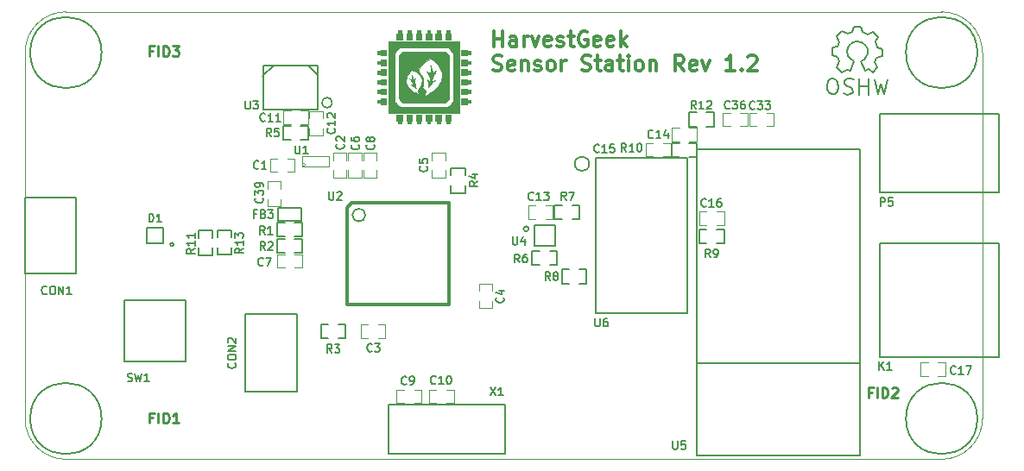
<source format=gto>
G04 #@! TF.FileFunction,Legend,Top*
%FSLAX46Y46*%
G04 Gerber Fmt 4.6, Leading zero omitted, Abs format (unit mm)*
G04 Created by KiCad (PCBNEW (2015-01-16 BZR 5376)-product) date 22/05/2015 17:40:37*
%MOMM*%
G01*
G04 APERTURE LIST*
%ADD10C,0.150000*%
%ADD11C,0.250000*%
%ADD12C,0.200000*%
%ADD13C,0.300000*%
%ADD14C,0.100000*%
%ADD15C,0.304800*%
%ADD16C,0.203200*%
%ADD17C,0.127000*%
%ADD18C,0.119380*%
%ADD19C,0.078740*%
G04 APERTURE END LIST*
D10*
D11*
X72928572Y2571429D02*
X72595238Y2571429D01*
X72595238Y2047619D02*
X72595238Y3047619D01*
X73071429Y3047619D01*
X73452381Y2047619D02*
X73452381Y3047619D01*
X73928571Y2047619D02*
X73928571Y3047619D01*
X74166666Y3047619D01*
X74309524Y3000000D01*
X74404762Y2904762D01*
X74452381Y2809524D01*
X74500000Y2619048D01*
X74500000Y2476190D01*
X74452381Y2285714D01*
X74404762Y2190476D01*
X74309524Y2095238D01*
X74166666Y2047619D01*
X73928571Y2047619D01*
X74880952Y2952381D02*
X74928571Y3000000D01*
X75023809Y3047619D01*
X75261905Y3047619D01*
X75357143Y3000000D01*
X75404762Y2952381D01*
X75452381Y2857143D01*
X75452381Y2761905D01*
X75404762Y2619048D01*
X74833333Y2047619D01*
X75452381Y2047619D01*
X2428572Y36071429D02*
X2095238Y36071429D01*
X2095238Y35547619D02*
X2095238Y36547619D01*
X2571429Y36547619D01*
X2952381Y35547619D02*
X2952381Y36547619D01*
X3428571Y35547619D02*
X3428571Y36547619D01*
X3666666Y36547619D01*
X3809524Y36500000D01*
X3904762Y36404762D01*
X3952381Y36309524D01*
X4000000Y36119048D01*
X4000000Y35976190D01*
X3952381Y35785714D01*
X3904762Y35690476D01*
X3809524Y35595238D01*
X3666666Y35547619D01*
X3428571Y35547619D01*
X4333333Y36547619D02*
X4952381Y36547619D01*
X4619047Y36166667D01*
X4761905Y36166667D01*
X4857143Y36119048D01*
X4904762Y36071429D01*
X4952381Y35976190D01*
X4952381Y35738095D01*
X4904762Y35642857D01*
X4857143Y35595238D01*
X4761905Y35547619D01*
X4476190Y35547619D01*
X4380952Y35595238D01*
X4333333Y35642857D01*
X2428572Y71429D02*
X2095238Y71429D01*
X2095238Y-452381D02*
X2095238Y547619D01*
X2571429Y547619D01*
X2952381Y-452381D02*
X2952381Y547619D01*
X3428571Y-452381D02*
X3428571Y547619D01*
X3666666Y547619D01*
X3809524Y500000D01*
X3904762Y404762D01*
X3952381Y309524D01*
X4000000Y119048D01*
X4000000Y-23810D01*
X3952381Y-214286D01*
X3904762Y-309524D01*
X3809524Y-404762D01*
X3666666Y-452381D01*
X3428571Y-452381D01*
X4952381Y-452381D02*
X4380952Y-452381D01*
X4666666Y-452381D02*
X4666666Y547619D01*
X4571428Y404762D01*
X4476190Y309524D01*
X4380952Y261905D01*
D12*
X20000000Y31000000D02*
G75*
G03X20000000Y31000000I-500000J0D01*
G01*
X45207107Y25000000D02*
G75*
G03X45207107Y25000000I-707107J0D01*
G01*
D13*
X35857143Y36521429D02*
X35857143Y38021429D01*
X35857143Y37307143D02*
X36714286Y37307143D01*
X36714286Y36521429D02*
X36714286Y38021429D01*
X38071429Y36521429D02*
X38071429Y37307143D01*
X38000000Y37450000D01*
X37857143Y37521429D01*
X37571429Y37521429D01*
X37428572Y37450000D01*
X38071429Y36592857D02*
X37928572Y36521429D01*
X37571429Y36521429D01*
X37428572Y36592857D01*
X37357143Y36735714D01*
X37357143Y36878571D01*
X37428572Y37021429D01*
X37571429Y37092857D01*
X37928572Y37092857D01*
X38071429Y37164286D01*
X38785715Y36521429D02*
X38785715Y37521429D01*
X38785715Y37235714D02*
X38857143Y37378571D01*
X38928572Y37450000D01*
X39071429Y37521429D01*
X39214286Y37521429D01*
X39571429Y37521429D02*
X39928572Y36521429D01*
X40285714Y37521429D01*
X41428571Y36592857D02*
X41285714Y36521429D01*
X41000000Y36521429D01*
X40857143Y36592857D01*
X40785714Y36735714D01*
X40785714Y37307143D01*
X40857143Y37450000D01*
X41000000Y37521429D01*
X41285714Y37521429D01*
X41428571Y37450000D01*
X41500000Y37307143D01*
X41500000Y37164286D01*
X40785714Y37021429D01*
X42071428Y36592857D02*
X42214285Y36521429D01*
X42500000Y36521429D01*
X42642857Y36592857D01*
X42714285Y36735714D01*
X42714285Y36807143D01*
X42642857Y36950000D01*
X42500000Y37021429D01*
X42285714Y37021429D01*
X42142857Y37092857D01*
X42071428Y37235714D01*
X42071428Y37307143D01*
X42142857Y37450000D01*
X42285714Y37521429D01*
X42500000Y37521429D01*
X42642857Y37450000D01*
X43142857Y37521429D02*
X43714286Y37521429D01*
X43357143Y38021429D02*
X43357143Y36735714D01*
X43428571Y36592857D01*
X43571429Y36521429D01*
X43714286Y36521429D01*
X45000000Y37950000D02*
X44857143Y38021429D01*
X44642857Y38021429D01*
X44428572Y37950000D01*
X44285714Y37807143D01*
X44214286Y37664286D01*
X44142857Y37378571D01*
X44142857Y37164286D01*
X44214286Y36878571D01*
X44285714Y36735714D01*
X44428572Y36592857D01*
X44642857Y36521429D01*
X44785714Y36521429D01*
X45000000Y36592857D01*
X45071429Y36664286D01*
X45071429Y37164286D01*
X44785714Y37164286D01*
X46285714Y36592857D02*
X46142857Y36521429D01*
X45857143Y36521429D01*
X45714286Y36592857D01*
X45642857Y36735714D01*
X45642857Y37307143D01*
X45714286Y37450000D01*
X45857143Y37521429D01*
X46142857Y37521429D01*
X46285714Y37450000D01*
X46357143Y37307143D01*
X46357143Y37164286D01*
X45642857Y37021429D01*
X47571428Y36592857D02*
X47428571Y36521429D01*
X47142857Y36521429D01*
X47000000Y36592857D01*
X46928571Y36735714D01*
X46928571Y37307143D01*
X47000000Y37450000D01*
X47142857Y37521429D01*
X47428571Y37521429D01*
X47571428Y37450000D01*
X47642857Y37307143D01*
X47642857Y37164286D01*
X46928571Y37021429D01*
X48285714Y36521429D02*
X48285714Y38021429D01*
X48428571Y37092857D02*
X48857142Y36521429D01*
X48857142Y37521429D02*
X48285714Y36950000D01*
X35785714Y34192857D02*
X36000000Y34121429D01*
X36357143Y34121429D01*
X36500000Y34192857D01*
X36571429Y34264286D01*
X36642857Y34407143D01*
X36642857Y34550000D01*
X36571429Y34692857D01*
X36500000Y34764286D01*
X36357143Y34835714D01*
X36071429Y34907143D01*
X35928571Y34978571D01*
X35857143Y35050000D01*
X35785714Y35192857D01*
X35785714Y35335714D01*
X35857143Y35478571D01*
X35928571Y35550000D01*
X36071429Y35621429D01*
X36428571Y35621429D01*
X36642857Y35550000D01*
X37857142Y34192857D02*
X37714285Y34121429D01*
X37428571Y34121429D01*
X37285714Y34192857D01*
X37214285Y34335714D01*
X37214285Y34907143D01*
X37285714Y35050000D01*
X37428571Y35121429D01*
X37714285Y35121429D01*
X37857142Y35050000D01*
X37928571Y34907143D01*
X37928571Y34764286D01*
X37214285Y34621429D01*
X38571428Y35121429D02*
X38571428Y34121429D01*
X38571428Y34978571D02*
X38642856Y35050000D01*
X38785714Y35121429D01*
X38999999Y35121429D01*
X39142856Y35050000D01*
X39214285Y34907143D01*
X39214285Y34121429D01*
X39857142Y34192857D02*
X39999999Y34121429D01*
X40285714Y34121429D01*
X40428571Y34192857D01*
X40499999Y34335714D01*
X40499999Y34407143D01*
X40428571Y34550000D01*
X40285714Y34621429D01*
X40071428Y34621429D01*
X39928571Y34692857D01*
X39857142Y34835714D01*
X39857142Y34907143D01*
X39928571Y35050000D01*
X40071428Y35121429D01*
X40285714Y35121429D01*
X40428571Y35050000D01*
X41357143Y34121429D02*
X41214285Y34192857D01*
X41142857Y34264286D01*
X41071428Y34407143D01*
X41071428Y34835714D01*
X41142857Y34978571D01*
X41214285Y35050000D01*
X41357143Y35121429D01*
X41571428Y35121429D01*
X41714285Y35050000D01*
X41785714Y34978571D01*
X41857143Y34835714D01*
X41857143Y34407143D01*
X41785714Y34264286D01*
X41714285Y34192857D01*
X41571428Y34121429D01*
X41357143Y34121429D01*
X42500000Y34121429D02*
X42500000Y35121429D01*
X42500000Y34835714D02*
X42571428Y34978571D01*
X42642857Y35050000D01*
X42785714Y35121429D01*
X42928571Y35121429D01*
X44499999Y34192857D02*
X44714285Y34121429D01*
X45071428Y34121429D01*
X45214285Y34192857D01*
X45285714Y34264286D01*
X45357142Y34407143D01*
X45357142Y34550000D01*
X45285714Y34692857D01*
X45214285Y34764286D01*
X45071428Y34835714D01*
X44785714Y34907143D01*
X44642856Y34978571D01*
X44571428Y35050000D01*
X44499999Y35192857D01*
X44499999Y35335714D01*
X44571428Y35478571D01*
X44642856Y35550000D01*
X44785714Y35621429D01*
X45142856Y35621429D01*
X45357142Y35550000D01*
X45785713Y35121429D02*
X46357142Y35121429D01*
X45999999Y35621429D02*
X45999999Y34335714D01*
X46071427Y34192857D01*
X46214285Y34121429D01*
X46357142Y34121429D01*
X47499999Y34121429D02*
X47499999Y34907143D01*
X47428570Y35050000D01*
X47285713Y35121429D01*
X46999999Y35121429D01*
X46857142Y35050000D01*
X47499999Y34192857D02*
X47357142Y34121429D01*
X46999999Y34121429D01*
X46857142Y34192857D01*
X46785713Y34335714D01*
X46785713Y34478571D01*
X46857142Y34621429D01*
X46999999Y34692857D01*
X47357142Y34692857D01*
X47499999Y34764286D01*
X47999999Y35121429D02*
X48571428Y35121429D01*
X48214285Y35621429D02*
X48214285Y34335714D01*
X48285713Y34192857D01*
X48428571Y34121429D01*
X48571428Y34121429D01*
X49071428Y34121429D02*
X49071428Y35121429D01*
X49071428Y35621429D02*
X48999999Y35550000D01*
X49071428Y35478571D01*
X49142856Y35550000D01*
X49071428Y35621429D01*
X49071428Y35478571D01*
X50000000Y34121429D02*
X49857142Y34192857D01*
X49785714Y34264286D01*
X49714285Y34407143D01*
X49714285Y34835714D01*
X49785714Y34978571D01*
X49857142Y35050000D01*
X50000000Y35121429D01*
X50214285Y35121429D01*
X50357142Y35050000D01*
X50428571Y34978571D01*
X50500000Y34835714D01*
X50500000Y34407143D01*
X50428571Y34264286D01*
X50357142Y34192857D01*
X50214285Y34121429D01*
X50000000Y34121429D01*
X51142857Y35121429D02*
X51142857Y34121429D01*
X51142857Y34978571D02*
X51214285Y35050000D01*
X51357143Y35121429D01*
X51571428Y35121429D01*
X51714285Y35050000D01*
X51785714Y34907143D01*
X51785714Y34121429D01*
X54500000Y34121429D02*
X54000000Y34835714D01*
X53642857Y34121429D02*
X53642857Y35621429D01*
X54214285Y35621429D01*
X54357143Y35550000D01*
X54428571Y35478571D01*
X54500000Y35335714D01*
X54500000Y35121429D01*
X54428571Y34978571D01*
X54357143Y34907143D01*
X54214285Y34835714D01*
X53642857Y34835714D01*
X55714285Y34192857D02*
X55571428Y34121429D01*
X55285714Y34121429D01*
X55142857Y34192857D01*
X55071428Y34335714D01*
X55071428Y34907143D01*
X55142857Y35050000D01*
X55285714Y35121429D01*
X55571428Y35121429D01*
X55714285Y35050000D01*
X55785714Y34907143D01*
X55785714Y34764286D01*
X55071428Y34621429D01*
X56285714Y35121429D02*
X56642857Y34121429D01*
X56999999Y35121429D01*
X59499999Y34121429D02*
X58642856Y34121429D01*
X59071428Y34121429D02*
X59071428Y35621429D01*
X58928571Y35407143D01*
X58785713Y35264286D01*
X58642856Y35192857D01*
X60142856Y34264286D02*
X60214284Y34192857D01*
X60142856Y34121429D01*
X60071427Y34192857D01*
X60142856Y34264286D01*
X60142856Y34121429D01*
X60785713Y35478571D02*
X60857142Y35550000D01*
X60999999Y35621429D01*
X61357142Y35621429D01*
X61499999Y35550000D01*
X61571428Y35478571D01*
X61642856Y35335714D01*
X61642856Y35192857D01*
X61571428Y34978571D01*
X60714285Y34121429D01*
X61642856Y34121429D01*
D14*
X79767400Y39916100D02*
X-6110000Y39916100D01*
X83767900Y35915600D02*
G75*
G03X79767400Y39916100I-4000500J0D01*
G01*
X83767900Y0D02*
X83767900Y35915600D01*
X79767400Y-4000500D02*
G75*
G03X83767900Y0I0J4000500D01*
G01*
X-6110000Y-4000500D02*
X79767400Y-4000500D01*
X-10110500Y0D02*
G75*
G03X-6110000Y-4000500I4000500J0D01*
G01*
X-10110500Y35915600D02*
X-10110500Y0D01*
X-6110000Y39916100D02*
G75*
G03X-10110500Y35915600I0J-4000500D01*
G01*
D12*
X4476056Y17080478D02*
G75*
G03X4476056Y17080478I-180278J0D01*
G01*
X18578718Y33707818D02*
X18578718Y33657818D01*
X17678718Y34607818D02*
X18578718Y33707818D01*
X14228718Y34657818D02*
X14428718Y34657818D01*
X13178718Y33607818D02*
X14228718Y34657818D01*
X39268718Y18617818D02*
G75*
G03X39268718Y18617818I-250000J0D01*
G01*
D15*
X31432518Y21161618D02*
X31432518Y11154018D01*
X31432518Y11154018D02*
X21424918Y11154018D01*
X21424918Y20679018D02*
X21424918Y11154018D01*
X21907518Y21161618D02*
X31432518Y21161618D01*
X21424918Y20679018D02*
X21907518Y21161618D01*
D16*
X23253718Y19967818D02*
G75*
G03X23253718Y19967818I-635000J0D01*
G01*
D17*
X15328338Y17656318D02*
X14622218Y17656318D01*
X14622218Y17656318D02*
X14622218Y16259318D01*
X14622218Y16259318D02*
X15328338Y16259318D01*
X17035218Y17656318D02*
X16329098Y17656318D01*
X17035218Y17656318D02*
X17035218Y16259318D01*
X17035218Y16259318D02*
X16329098Y16259318D01*
X55728338Y30056318D02*
X55022218Y30056318D01*
X55022218Y30056318D02*
X55022218Y28659318D01*
X55022218Y28659318D02*
X55728338Y28659318D01*
X57435218Y30056318D02*
X56729098Y30056318D01*
X57435218Y30056318D02*
X57435218Y28659318D01*
X57435218Y28659318D02*
X56729098Y28659318D01*
X41329098Y15059318D02*
X42035218Y15059318D01*
X42035218Y15059318D02*
X42035218Y16456318D01*
X42035218Y16456318D02*
X41329098Y16456318D01*
X39622218Y15059318D02*
X40328338Y15059318D01*
X39622218Y15059318D02*
X39622218Y16456318D01*
X39622218Y16456318D02*
X40328338Y16456318D01*
X43529098Y19559318D02*
X44235218Y19559318D01*
X44235218Y19559318D02*
X44235218Y20956318D01*
X44235218Y20956318D02*
X43529098Y20956318D01*
X41822218Y19559318D02*
X42528338Y19559318D01*
X41822218Y19559318D02*
X41822218Y20956318D01*
X41822218Y20956318D02*
X42528338Y20956318D01*
X15928338Y28756318D02*
X15222218Y28756318D01*
X15222218Y28756318D02*
X15222218Y27359318D01*
X15222218Y27359318D02*
X15928338Y27359318D01*
X17635218Y28756318D02*
X16929098Y28756318D01*
X17635218Y28756318D02*
X17635218Y27359318D01*
X17635218Y27359318D02*
X16929098Y27359318D01*
X31630218Y22857438D02*
X31630218Y22151318D01*
X31630218Y22151318D02*
X33027218Y22151318D01*
X33027218Y22151318D02*
X33027218Y22857438D01*
X31630218Y24564318D02*
X31630218Y23858198D01*
X31630218Y24564318D02*
X33027218Y24564318D01*
X33027218Y24564318D02*
X33027218Y23858198D01*
X19628338Y9256318D02*
X18922218Y9256318D01*
X18922218Y9256318D02*
X18922218Y7859318D01*
X18922218Y7859318D02*
X19628338Y7859318D01*
X21335218Y9256318D02*
X20629098Y9256318D01*
X21335218Y9256318D02*
X21335218Y7859318D01*
X21335218Y7859318D02*
X20629098Y7859318D01*
X44229098Y13259318D02*
X44935218Y13259318D01*
X44935218Y13259318D02*
X44935218Y14656318D01*
X44935218Y14656318D02*
X44229098Y14656318D01*
X42522218Y13259318D02*
X43228338Y13259318D01*
X42522218Y13259318D02*
X42522218Y14656318D01*
X42522218Y14656318D02*
X43228338Y14656318D01*
X15328338Y19256318D02*
X14622218Y19256318D01*
X14622218Y19256318D02*
X14622218Y17859318D01*
X14622218Y17859318D02*
X15328338Y17859318D01*
X17035218Y19256318D02*
X16329098Y19256318D01*
X17035218Y19256318D02*
X17035218Y17859318D01*
X17035218Y17859318D02*
X16329098Y17859318D01*
X54028338Y27056318D02*
X53322218Y27056318D01*
X53322218Y27056318D02*
X53322218Y25659318D01*
X53322218Y25659318D02*
X54028338Y25659318D01*
X55735218Y27056318D02*
X55029098Y27056318D01*
X55735218Y27056318D02*
X55735218Y25659318D01*
X55735218Y25659318D02*
X55029098Y25659318D01*
X56728338Y18556318D02*
X56022218Y18556318D01*
X56022218Y18556318D02*
X56022218Y17159318D01*
X56022218Y17159318D02*
X56728338Y17159318D01*
X58435218Y18556318D02*
X57729098Y18556318D01*
X58435218Y18556318D02*
X58435218Y17159318D01*
X58435218Y17159318D02*
X57729098Y17159318D01*
D18*
X39928338Y20908058D02*
X39229838Y20908058D01*
X40929098Y20908058D02*
X41627598Y20908058D01*
X39928338Y19607578D02*
X39229838Y19607578D01*
X41627598Y19607578D02*
X40929098Y19607578D01*
X39229838Y19622818D02*
X39229838Y20892818D01*
X41627598Y20892818D02*
X41627598Y19622818D01*
X24378958Y25358198D02*
X24378958Y26056698D01*
X24378958Y24357438D02*
X24378958Y23658938D01*
X23078478Y25358198D02*
X23078478Y26056698D01*
X23078478Y23658938D02*
X23078478Y24357438D01*
X23093718Y26056698D02*
X24363718Y26056698D01*
X24363718Y23658938D02*
X23093718Y23658938D01*
X24529098Y7907578D02*
X25227598Y7907578D01*
X23528338Y7907578D02*
X22829838Y7907578D01*
X24529098Y9208058D02*
X25227598Y9208058D01*
X22829838Y9208058D02*
X23528338Y9208058D01*
X25227598Y9192818D02*
X25227598Y7922818D01*
X22829838Y7922818D02*
X22829838Y9192818D01*
X34378478Y11557438D02*
X34378478Y10858938D01*
X34378478Y12558198D02*
X34378478Y13256698D01*
X35678958Y11557438D02*
X35678958Y10858938D01*
X35678958Y13256698D02*
X35678958Y12558198D01*
X35663718Y10858938D02*
X34393718Y10858938D01*
X34393718Y13256698D02*
X35663718Y13256698D01*
X31078958Y25358198D02*
X31078958Y26056698D01*
X31078958Y24357438D02*
X31078958Y23658938D01*
X29778478Y25358198D02*
X29778478Y26056698D01*
X29778478Y23658938D02*
X29778478Y24357438D01*
X29793718Y26056698D02*
X31063718Y26056698D01*
X31063718Y23658938D02*
X29793718Y23658938D01*
X22878958Y25358198D02*
X22878958Y26056698D01*
X22878958Y24357438D02*
X22878958Y23658938D01*
X21578478Y25358198D02*
X21578478Y26056698D01*
X21578478Y23658938D02*
X21578478Y24357438D01*
X21593718Y26056698D02*
X22863718Y26056698D01*
X22863718Y23658938D02*
X21593718Y23658938D01*
X16929098Y28907578D02*
X17627598Y28907578D01*
X15928338Y28907578D02*
X15229838Y28907578D01*
X16929098Y30208058D02*
X17627598Y30208058D01*
X15229838Y30208058D02*
X15928338Y30208058D01*
X17627598Y30192818D02*
X17627598Y28922818D01*
X15229838Y28922818D02*
X15229838Y30192818D01*
X54028338Y28508058D02*
X53329838Y28508058D01*
X55029098Y28508058D02*
X55727598Y28508058D01*
X54028338Y27207578D02*
X53329838Y27207578D01*
X55727598Y27207578D02*
X55029098Y27207578D01*
X53329838Y27222818D02*
X53329838Y28492818D01*
X55727598Y28492818D02*
X55727598Y27222818D01*
X51478338Y27058058D02*
X50779838Y27058058D01*
X52479098Y27058058D02*
X53177598Y27058058D01*
X51478338Y25757578D02*
X50779838Y25757578D01*
X53177598Y25757578D02*
X52479098Y25757578D01*
X50779838Y25772818D02*
X50779838Y27042818D01*
X53177598Y27042818D02*
X53177598Y25772818D01*
X57729098Y19007578D02*
X58427598Y19007578D01*
X56728338Y19007578D02*
X56029838Y19007578D01*
X57729098Y20308058D02*
X58427598Y20308058D01*
X56029838Y20308058D02*
X56728338Y20308058D01*
X58427598Y20292818D02*
X58427598Y19022818D01*
X56029838Y19022818D02*
X56029838Y20292818D01*
X79407398Y4202258D02*
X80105898Y4202258D01*
X78406638Y4202258D02*
X77708138Y4202258D01*
X79407398Y5502738D02*
X80105898Y5502738D01*
X77708138Y5502738D02*
X78406638Y5502738D01*
X80105898Y5487498D02*
X80105898Y4217498D01*
X77708138Y4217498D02*
X77708138Y5487498D01*
X14628338Y25508058D02*
X13929838Y25508058D01*
X15629098Y25508058D02*
X16327598Y25508058D01*
X14628338Y24207578D02*
X13929838Y24207578D01*
X16327598Y24207578D02*
X15629098Y24207578D01*
X13929838Y24222818D02*
X13929838Y25492818D01*
X16327598Y25492818D02*
X16327598Y24222818D01*
X21378958Y25358198D02*
X21378958Y26056698D01*
X21378958Y24357438D02*
X21378958Y23658938D01*
X20078478Y25358198D02*
X20078478Y26056698D01*
X20078478Y23658938D02*
X20078478Y24357438D01*
X20093718Y26056698D02*
X21363718Y26056698D01*
X21363718Y23658938D02*
X20093718Y23658938D01*
X62629098Y28707578D02*
X63327598Y28707578D01*
X61628338Y28707578D02*
X60929838Y28707578D01*
X62629098Y30008058D02*
X63327598Y30008058D01*
X60929838Y30008058D02*
X61628338Y30008058D01*
X63327598Y29992818D02*
X63327598Y28722818D01*
X60929838Y28722818D02*
X60929838Y29992818D01*
X59028338Y30008058D02*
X58329838Y30008058D01*
X60029098Y30008058D02*
X60727598Y30008058D01*
X59028338Y28707578D02*
X58329838Y28707578D01*
X60727598Y28707578D02*
X60029098Y28707578D01*
X58329838Y28722818D02*
X58329838Y29992818D01*
X60727598Y29992818D02*
X60727598Y28722818D01*
X30228338Y2808058D02*
X29529838Y2808058D01*
X31229098Y2808058D02*
X31927598Y2808058D01*
X30228338Y1507578D02*
X29529838Y1507578D01*
X31927598Y1507578D02*
X31229098Y1507578D01*
X29529838Y1522818D02*
X29529838Y2792818D01*
X31927598Y2792818D02*
X31927598Y1522818D01*
X19078958Y29458198D02*
X19078958Y30156698D01*
X19078958Y28457438D02*
X19078958Y27758938D01*
X17778478Y29458198D02*
X17778478Y30156698D01*
X17778478Y27758938D02*
X17778478Y28457438D01*
X17793718Y30156698D02*
X19063718Y30156698D01*
X19063718Y27758938D02*
X17793718Y27758938D01*
X15328338Y16108058D02*
X14629838Y16108058D01*
X16329098Y16108058D02*
X17027598Y16108058D01*
X15328338Y14807578D02*
X14629838Y14807578D01*
X17027598Y14807578D02*
X16329098Y14807578D01*
X14629838Y14822818D02*
X14629838Y16092818D01*
X17027598Y16092818D02*
X17027598Y14822818D01*
X28029098Y1507578D02*
X28727598Y1507578D01*
X27028338Y1507578D02*
X26329838Y1507578D01*
X28029098Y2808058D02*
X28727598Y2808058D01*
X26329838Y2808058D02*
X27028338Y2808058D01*
X28727598Y2792818D02*
X28727598Y1522818D01*
X26329838Y1522818D02*
X26329838Y2792818D01*
D10*
X55761618Y5404018D02*
X71761618Y5404018D01*
X71761618Y26404018D02*
X55761618Y26404018D01*
X55761618Y26404018D02*
X55761618Y-3595982D01*
X55761618Y-3595982D02*
X71761618Y-3595982D01*
X71761618Y-3595982D02*
X71761618Y26404018D01*
X25528718Y1357818D02*
X36928718Y1357818D01*
X36928718Y1357818D02*
X36928718Y-3442182D01*
X36928718Y-3442182D02*
X25528718Y-3442182D01*
X25528718Y-3442182D02*
X25528718Y1357818D01*
X-10103962Y21705278D02*
X-10103962Y14205278D01*
X-10103962Y14205278D02*
X-5103962Y14205278D01*
X-5103962Y14205278D02*
X-5103962Y21705278D01*
X-5103962Y21705278D02*
X-10103962Y21705278D01*
D16*
X11488718Y2647818D02*
X11488718Y10267818D01*
X16568718Y10267818D02*
X16568718Y2647818D01*
X16568718Y2647818D02*
X11488718Y2647818D01*
X11488718Y10267818D02*
X16568718Y10267818D01*
D18*
X14978958Y22558198D02*
X14978958Y23256698D01*
X14978958Y21557438D02*
X14978958Y20858938D01*
X13678478Y22558198D02*
X13678478Y23256698D01*
X13678478Y20858938D02*
X13678478Y21557438D01*
X13693718Y23256698D02*
X14963718Y23256698D01*
X14963718Y20858938D02*
X13693718Y20858938D01*
D17*
X14685718Y20692818D02*
X16971718Y20692818D01*
X16971718Y20692818D02*
X16971718Y19422818D01*
X16971718Y19422818D02*
X14685718Y19422818D01*
X14685718Y19422818D02*
X14685718Y20692818D01*
D10*
X85374118Y5991118D02*
X85374118Y17191118D01*
X85374118Y17191118D02*
X73674118Y17191118D01*
X73674118Y17191118D02*
X73674118Y5991118D01*
X73674118Y5991118D02*
X85374118Y5991118D01*
X85383008Y22210228D02*
X85383008Y29910228D01*
X85383008Y29910228D02*
X73683008Y29910228D01*
X73683008Y29910228D02*
X73683008Y22210228D01*
X73683008Y22210228D02*
X85383008Y22210228D01*
X18628718Y34657818D02*
X13228718Y34657818D01*
X13228718Y34657818D02*
X13228718Y30357818D01*
X13228718Y30357818D02*
X18628718Y30357818D01*
X18628718Y30357818D02*
X18628718Y34657818D01*
X39828718Y18957818D02*
X41828718Y18957818D01*
X41828718Y18957818D02*
X41828718Y16957818D01*
X41828718Y16957818D02*
X39828718Y16957818D01*
X39828718Y16957818D02*
X39828718Y18957818D01*
X-343274Y11598998D02*
X5656726Y11598998D01*
X5656726Y11598998D02*
X5656726Y5598998D01*
X5656726Y5598998D02*
X-343274Y5598998D01*
X-343274Y5598998D02*
X-343274Y11598998D01*
D17*
X6892938Y16744778D02*
X6892938Y16038658D01*
X6892938Y16038658D02*
X8289938Y16038658D01*
X8289938Y16038658D02*
X8289938Y16744778D01*
X6892938Y18451658D02*
X6892938Y17745538D01*
X6892938Y18451658D02*
X8289938Y18451658D01*
X8289938Y18451658D02*
X8289938Y17745538D01*
X8724278Y16780338D02*
X8724278Y16074218D01*
X8724278Y16074218D02*
X10121278Y16074218D01*
X10121278Y16074218D02*
X10121278Y16780338D01*
X8724278Y18487218D02*
X8724278Y17781098D01*
X8724278Y18487218D02*
X10121278Y18487218D01*
X10121278Y18487218D02*
X10121278Y17781098D01*
D10*
X45828718Y25557818D02*
X45828718Y10357818D01*
X45828718Y10357818D02*
X54828718Y10357818D01*
X54828718Y10357818D02*
X54828718Y25557818D01*
X54828718Y25557818D02*
X45828718Y25557818D01*
X-2610000Y35915600D02*
G75*
G03X-2610000Y35915600I-3500000J0D01*
G01*
X-2610000Y0D02*
G75*
G03X-2610000Y0I-3500000J0D01*
G01*
X83267400Y0D02*
G75*
G03X83267400Y0I-3500000J0D01*
G01*
X83267400Y35915600D02*
G75*
G03X83267400Y35915600I-3500000J0D01*
G01*
D14*
G36*
X26895429Y29254571D02*
X26831929Y29254571D01*
X26768429Y29254571D01*
X26768429Y29091286D01*
X26768429Y28928000D01*
X26614215Y28928000D01*
X26460000Y28928000D01*
X26460000Y29091286D01*
X26460000Y29254571D01*
X26396500Y29254571D01*
X26333000Y29254571D01*
X26333000Y29535786D01*
X26333000Y29817000D01*
X26614215Y29817000D01*
X26895429Y29817000D01*
X26895429Y29535786D01*
X26895429Y29254571D01*
X26895429Y29254571D01*
X26895429Y29254571D01*
G37*
X26895429Y29254571D02*
X26831929Y29254571D01*
X26768429Y29254571D01*
X26768429Y29091286D01*
X26768429Y28928000D01*
X26614215Y28928000D01*
X26460000Y28928000D01*
X26460000Y29091286D01*
X26460000Y29254571D01*
X26396500Y29254571D01*
X26333000Y29254571D01*
X26333000Y29535786D01*
X26333000Y29817000D01*
X26614215Y29817000D01*
X26895429Y29817000D01*
X26895429Y29535786D01*
X26895429Y29254571D01*
X26895429Y29254571D01*
G36*
X27838858Y29254571D02*
X27775358Y29254571D01*
X27711858Y29254571D01*
X27711858Y29091286D01*
X27711858Y28928000D01*
X27557643Y28928000D01*
X27403429Y28928000D01*
X27403429Y29091286D01*
X27403429Y29254571D01*
X27349000Y29254571D01*
X27294572Y29254571D01*
X27294572Y29535786D01*
X27294572Y29817000D01*
X27566715Y29817000D01*
X27838858Y29817000D01*
X27838858Y29535786D01*
X27838858Y29254571D01*
X27838858Y29254571D01*
X27838858Y29254571D01*
G37*
X27838858Y29254571D02*
X27775358Y29254571D01*
X27711858Y29254571D01*
X27711858Y29091286D01*
X27711858Y28928000D01*
X27557643Y28928000D01*
X27403429Y28928000D01*
X27403429Y29091286D01*
X27403429Y29254571D01*
X27349000Y29254571D01*
X27294572Y29254571D01*
X27294572Y29535786D01*
X27294572Y29817000D01*
X27566715Y29817000D01*
X27838858Y29817000D01*
X27838858Y29535786D01*
X27838858Y29254571D01*
X27838858Y29254571D01*
G36*
X28782286Y29254571D02*
X28727858Y29254571D01*
X28673429Y29254571D01*
X28673429Y29091286D01*
X28673429Y28928000D01*
X28519215Y28928000D01*
X28365000Y28928000D01*
X28365000Y29091286D01*
X28365000Y29254571D01*
X28301500Y29254571D01*
X28238000Y29254571D01*
X28238000Y29535786D01*
X28238000Y29817000D01*
X28510143Y29817000D01*
X28782286Y29817000D01*
X28782286Y29535786D01*
X28782286Y29254571D01*
X28782286Y29254571D01*
X28782286Y29254571D01*
G37*
X28782286Y29254571D02*
X28727858Y29254571D01*
X28673429Y29254571D01*
X28673429Y29091286D01*
X28673429Y28928000D01*
X28519215Y28928000D01*
X28365000Y28928000D01*
X28365000Y29091286D01*
X28365000Y29254571D01*
X28301500Y29254571D01*
X28238000Y29254571D01*
X28238000Y29535786D01*
X28238000Y29817000D01*
X28510143Y29817000D01*
X28782286Y29817000D01*
X28782286Y29535786D01*
X28782286Y29254571D01*
X28782286Y29254571D01*
G36*
X29743858Y29254571D02*
X29680358Y29254571D01*
X29616858Y29254571D01*
X29616858Y29091286D01*
X29616858Y28928000D01*
X29462643Y28928000D01*
X29308429Y28928000D01*
X29308429Y29091286D01*
X29308429Y29254571D01*
X29254000Y29254571D01*
X29199572Y29254571D01*
X29199572Y29535786D01*
X29199572Y29817000D01*
X29471715Y29817000D01*
X29743858Y29817000D01*
X29743858Y29535786D01*
X29743858Y29254571D01*
X29743858Y29254571D01*
X29743858Y29254571D01*
G37*
X29743858Y29254571D02*
X29680358Y29254571D01*
X29616858Y29254571D01*
X29616858Y29091286D01*
X29616858Y28928000D01*
X29462643Y28928000D01*
X29308429Y28928000D01*
X29308429Y29091286D01*
X29308429Y29254571D01*
X29254000Y29254571D01*
X29199572Y29254571D01*
X29199572Y29535786D01*
X29199572Y29817000D01*
X29471715Y29817000D01*
X29743858Y29817000D01*
X29743858Y29535786D01*
X29743858Y29254571D01*
X29743858Y29254571D01*
G36*
X30687286Y29254571D02*
X30632858Y29254571D01*
X30578429Y29254571D01*
X30578429Y29091286D01*
X30578429Y28928000D01*
X30424215Y28928000D01*
X30270000Y28928000D01*
X30270000Y29091286D01*
X30270000Y29254571D01*
X30206500Y29254571D01*
X30143000Y29254571D01*
X30143000Y29535786D01*
X30143000Y29817000D01*
X30415143Y29817000D01*
X30687286Y29817000D01*
X30687286Y29535786D01*
X30687286Y29254571D01*
X30687286Y29254571D01*
X30687286Y29254571D01*
G37*
X30687286Y29254571D02*
X30632858Y29254571D01*
X30578429Y29254571D01*
X30578429Y29091286D01*
X30578429Y28928000D01*
X30424215Y28928000D01*
X30270000Y28928000D01*
X30270000Y29091286D01*
X30270000Y29254571D01*
X30206500Y29254571D01*
X30143000Y29254571D01*
X30143000Y29535786D01*
X30143000Y29817000D01*
X30415143Y29817000D01*
X30687286Y29817000D01*
X30687286Y29535786D01*
X30687286Y29254571D01*
X30687286Y29254571D01*
G36*
X31648858Y29254571D02*
X31585358Y29254571D01*
X31521858Y29254571D01*
X31521858Y29091286D01*
X31521858Y28928000D01*
X31367643Y28928000D01*
X31213429Y28928000D01*
X31213429Y29091286D01*
X31213429Y29254571D01*
X31159000Y29254571D01*
X31104572Y29254571D01*
X31104572Y29535786D01*
X31104572Y29817000D01*
X31376715Y29817000D01*
X31648858Y29817000D01*
X31648858Y29535786D01*
X31648858Y29254571D01*
X31648858Y29254571D01*
X31648858Y29254571D01*
G37*
X31648858Y29254571D02*
X31585358Y29254571D01*
X31521858Y29254571D01*
X31521858Y29091286D01*
X31521858Y28928000D01*
X31367643Y28928000D01*
X31213429Y28928000D01*
X31213429Y29091286D01*
X31213429Y29254571D01*
X31159000Y29254571D01*
X31104572Y29254571D01*
X31104572Y29535786D01*
X31104572Y29817000D01*
X31376715Y29817000D01*
X31648858Y29817000D01*
X31648858Y29535786D01*
X31648858Y29254571D01*
X31648858Y29254571D01*
G36*
X32465286Y29998429D02*
X31884715Y29998429D01*
X31884715Y33509071D01*
X31884669Y33853834D01*
X31884519Y34164099D01*
X31884245Y34441655D01*
X31883828Y34688290D01*
X31883248Y34905792D01*
X31882486Y35095950D01*
X31881522Y35260552D01*
X31880337Y35401386D01*
X31878911Y35520240D01*
X31877225Y35618903D01*
X31875259Y35699163D01*
X31872994Y35762807D01*
X31870410Y35811625D01*
X31867488Y35847405D01*
X31864208Y35871934D01*
X31860551Y35887001D01*
X31858750Y35891222D01*
X31836980Y35920424D01*
X31793960Y35969063D01*
X31734882Y36031975D01*
X31664940Y36103993D01*
X31589327Y36179951D01*
X31513237Y36254683D01*
X31441864Y36323025D01*
X31380399Y36379810D01*
X31334038Y36419872D01*
X31309872Y36437183D01*
X31291235Y36440427D01*
X31248076Y36443356D01*
X31179386Y36445978D01*
X31084160Y36448303D01*
X30961391Y36450339D01*
X30810071Y36452094D01*
X30629194Y36453579D01*
X30417753Y36454801D01*
X30174742Y36455768D01*
X29899153Y36456491D01*
X29589979Y36456977D01*
X29246215Y36457236D01*
X28991221Y36457286D01*
X28650633Y36457239D01*
X28344522Y36457084D01*
X28071076Y36456803D01*
X27828487Y36456373D01*
X27614943Y36455776D01*
X27428636Y36454990D01*
X27267756Y36453997D01*
X27130492Y36452774D01*
X27015036Y36451304D01*
X26919576Y36449564D01*
X26842304Y36447535D01*
X26781408Y36445197D01*
X26735081Y36442530D01*
X26701511Y36439513D01*
X26678889Y36436127D01*
X26665405Y36432351D01*
X26663207Y36431321D01*
X26634005Y36409551D01*
X26585366Y36366531D01*
X26522454Y36307453D01*
X26450436Y36237511D01*
X26374478Y36161898D01*
X26299746Y36085808D01*
X26231404Y36014434D01*
X26174619Y35952970D01*
X26134557Y35906609D01*
X26117246Y35882443D01*
X26114033Y35863902D01*
X26111130Y35820899D01*
X26108527Y35752433D01*
X26106216Y35657503D01*
X26104188Y35535110D01*
X26102436Y35384252D01*
X26100949Y35203930D01*
X26099720Y34993143D01*
X26098741Y34750891D01*
X26098002Y34476173D01*
X26097496Y34167990D01*
X26097214Y33825340D01*
X26097143Y33518613D01*
X26097156Y33180472D01*
X26097212Y32876713D01*
X26097341Y32605431D01*
X26097568Y32364720D01*
X26097923Y32152677D01*
X26098434Y31967396D01*
X26099127Y31806974D01*
X26100031Y31669506D01*
X26101175Y31553087D01*
X26102585Y31455812D01*
X26104290Y31375778D01*
X26106317Y31311079D01*
X26108694Y31259810D01*
X26111450Y31220069D01*
X26114612Y31189948D01*
X26118207Y31167545D01*
X26122265Y31150955D01*
X26126812Y31138273D01*
X26131877Y31127594D01*
X26132133Y31127099D01*
X26155600Y31094222D01*
X26200204Y31041981D01*
X26260598Y30975813D01*
X26331433Y30901154D01*
X26407360Y30823442D01*
X26483030Y30748114D01*
X26553096Y30680605D01*
X26612207Y30626355D01*
X26655016Y30590799D01*
X26668643Y30581726D01*
X26692057Y30578724D01*
X26749091Y30575946D01*
X26837080Y30573391D01*
X26953361Y30571060D01*
X27095269Y30568953D01*
X27260138Y30567071D01*
X27445305Y30565414D01*
X27648105Y30563983D01*
X27865873Y30562779D01*
X28095944Y30561801D01*
X28335655Y30561050D01*
X28582339Y30560526D01*
X28833334Y30560230D01*
X29085974Y30560163D01*
X29337594Y30560325D01*
X29585530Y30560715D01*
X29827118Y30561336D01*
X30059692Y30562187D01*
X30280588Y30563268D01*
X30487142Y30564580D01*
X30676689Y30566124D01*
X30846564Y30567899D01*
X30994103Y30569907D01*
X31116641Y30572148D01*
X31211514Y30574621D01*
X31276056Y30577329D01*
X31307603Y30580270D01*
X31309872Y30580959D01*
X31338666Y30602053D01*
X31387129Y30644411D01*
X31450067Y30702867D01*
X31522287Y30772255D01*
X31598595Y30847411D01*
X31673799Y30923167D01*
X31742703Y30994359D01*
X31800116Y31055819D01*
X31840844Y31102384D01*
X31858750Y31126920D01*
X31862586Y31138261D01*
X31866035Y31158247D01*
X31869118Y31188666D01*
X31871854Y31231307D01*
X31874263Y31287958D01*
X31876363Y31360407D01*
X31878174Y31450443D01*
X31879717Y31559853D01*
X31881010Y31690427D01*
X31882072Y31843951D01*
X31882924Y32022215D01*
X31883585Y32227006D01*
X31884074Y32460114D01*
X31884411Y32723325D01*
X31884615Y33018429D01*
X31884706Y33347214D01*
X31884715Y33509071D01*
X31884715Y29998429D01*
X28990929Y29998429D01*
X25516572Y29998429D01*
X25516572Y33518143D01*
X25516572Y37037857D01*
X28990929Y37037857D01*
X32465286Y37037857D01*
X32465286Y33518143D01*
X32465286Y29998429D01*
X32465286Y29998429D01*
X32465286Y29998429D01*
G37*
X32465286Y29998429D02*
X31884715Y29998429D01*
X31884715Y33509071D01*
X31884669Y33853834D01*
X31884519Y34164099D01*
X31884245Y34441655D01*
X31883828Y34688290D01*
X31883248Y34905792D01*
X31882486Y35095950D01*
X31881522Y35260552D01*
X31880337Y35401386D01*
X31878911Y35520240D01*
X31877225Y35618903D01*
X31875259Y35699163D01*
X31872994Y35762807D01*
X31870410Y35811625D01*
X31867488Y35847405D01*
X31864208Y35871934D01*
X31860551Y35887001D01*
X31858750Y35891222D01*
X31836980Y35920424D01*
X31793960Y35969063D01*
X31734882Y36031975D01*
X31664940Y36103993D01*
X31589327Y36179951D01*
X31513237Y36254683D01*
X31441864Y36323025D01*
X31380399Y36379810D01*
X31334038Y36419872D01*
X31309872Y36437183D01*
X31291235Y36440427D01*
X31248076Y36443356D01*
X31179386Y36445978D01*
X31084160Y36448303D01*
X30961391Y36450339D01*
X30810071Y36452094D01*
X30629194Y36453579D01*
X30417753Y36454801D01*
X30174742Y36455768D01*
X29899153Y36456491D01*
X29589979Y36456977D01*
X29246215Y36457236D01*
X28991221Y36457286D01*
X28650633Y36457239D01*
X28344522Y36457084D01*
X28071076Y36456803D01*
X27828487Y36456373D01*
X27614943Y36455776D01*
X27428636Y36454990D01*
X27267756Y36453997D01*
X27130492Y36452774D01*
X27015036Y36451304D01*
X26919576Y36449564D01*
X26842304Y36447535D01*
X26781408Y36445197D01*
X26735081Y36442530D01*
X26701511Y36439513D01*
X26678889Y36436127D01*
X26665405Y36432351D01*
X26663207Y36431321D01*
X26634005Y36409551D01*
X26585366Y36366531D01*
X26522454Y36307453D01*
X26450436Y36237511D01*
X26374478Y36161898D01*
X26299746Y36085808D01*
X26231404Y36014434D01*
X26174619Y35952970D01*
X26134557Y35906609D01*
X26117246Y35882443D01*
X26114033Y35863902D01*
X26111130Y35820899D01*
X26108527Y35752433D01*
X26106216Y35657503D01*
X26104188Y35535110D01*
X26102436Y35384252D01*
X26100949Y35203930D01*
X26099720Y34993143D01*
X26098741Y34750891D01*
X26098002Y34476173D01*
X26097496Y34167990D01*
X26097214Y33825340D01*
X26097143Y33518613D01*
X26097156Y33180472D01*
X26097212Y32876713D01*
X26097341Y32605431D01*
X26097568Y32364720D01*
X26097923Y32152677D01*
X26098434Y31967396D01*
X26099127Y31806974D01*
X26100031Y31669506D01*
X26101175Y31553087D01*
X26102585Y31455812D01*
X26104290Y31375778D01*
X26106317Y31311079D01*
X26108694Y31259810D01*
X26111450Y31220069D01*
X26114612Y31189948D01*
X26118207Y31167545D01*
X26122265Y31150955D01*
X26126812Y31138273D01*
X26131877Y31127594D01*
X26132133Y31127099D01*
X26155600Y31094222D01*
X26200204Y31041981D01*
X26260598Y30975813D01*
X26331433Y30901154D01*
X26407360Y30823442D01*
X26483030Y30748114D01*
X26553096Y30680605D01*
X26612207Y30626355D01*
X26655016Y30590799D01*
X26668643Y30581726D01*
X26692057Y30578724D01*
X26749091Y30575946D01*
X26837080Y30573391D01*
X26953361Y30571060D01*
X27095269Y30568953D01*
X27260138Y30567071D01*
X27445305Y30565414D01*
X27648105Y30563983D01*
X27865873Y30562779D01*
X28095944Y30561801D01*
X28335655Y30561050D01*
X28582339Y30560526D01*
X28833334Y30560230D01*
X29085974Y30560163D01*
X29337594Y30560325D01*
X29585530Y30560715D01*
X29827118Y30561336D01*
X30059692Y30562187D01*
X30280588Y30563268D01*
X30487142Y30564580D01*
X30676689Y30566124D01*
X30846564Y30567899D01*
X30994103Y30569907D01*
X31116641Y30572148D01*
X31211514Y30574621D01*
X31276056Y30577329D01*
X31307603Y30580270D01*
X31309872Y30580959D01*
X31338666Y30602053D01*
X31387129Y30644411D01*
X31450067Y30702867D01*
X31522287Y30772255D01*
X31598595Y30847411D01*
X31673799Y30923167D01*
X31742703Y30994359D01*
X31800116Y31055819D01*
X31840844Y31102384D01*
X31858750Y31126920D01*
X31862586Y31138261D01*
X31866035Y31158247D01*
X31869118Y31188666D01*
X31871854Y31231307D01*
X31874263Y31287958D01*
X31876363Y31360407D01*
X31878174Y31450443D01*
X31879717Y31559853D01*
X31881010Y31690427D01*
X31882072Y31843951D01*
X31882924Y32022215D01*
X31883585Y32227006D01*
X31884074Y32460114D01*
X31884411Y32723325D01*
X31884615Y33018429D01*
X31884706Y33347214D01*
X31884715Y33509071D01*
X31884715Y29998429D01*
X28990929Y29998429D01*
X25516572Y29998429D01*
X25516572Y33518143D01*
X25516572Y37037857D01*
X28990929Y37037857D01*
X32465286Y37037857D01*
X32465286Y33518143D01*
X32465286Y29998429D01*
X32465286Y29998429D01*
G36*
X25298858Y30851143D02*
X25017643Y30851143D01*
X24736429Y30851143D01*
X24736429Y30914643D01*
X24736429Y30978143D01*
X24573143Y30978143D01*
X24409858Y30978143D01*
X24409858Y31132357D01*
X24409858Y31286571D01*
X24573143Y31286571D01*
X24736429Y31286571D01*
X24736429Y31350071D01*
X24736429Y31413571D01*
X25017643Y31413571D01*
X25298858Y31413571D01*
X25298858Y31132357D01*
X25298858Y30851143D01*
X25298858Y30851143D01*
X25298858Y30851143D01*
G37*
X25298858Y30851143D02*
X25017643Y30851143D01*
X24736429Y30851143D01*
X24736429Y30914643D01*
X24736429Y30978143D01*
X24573143Y30978143D01*
X24409858Y30978143D01*
X24409858Y31132357D01*
X24409858Y31286571D01*
X24573143Y31286571D01*
X24736429Y31286571D01*
X24736429Y31350071D01*
X24736429Y31413571D01*
X25017643Y31413571D01*
X25298858Y31413571D01*
X25298858Y31132357D01*
X25298858Y30851143D01*
X25298858Y30851143D01*
G36*
X33590143Y30978143D02*
X33417786Y30978143D01*
X33245429Y30978143D01*
X33245429Y30914643D01*
X33245429Y30851143D01*
X32964215Y30851143D01*
X32683000Y30851143D01*
X32683000Y31132357D01*
X32683000Y31413571D01*
X32964215Y31413571D01*
X33245429Y31413571D01*
X33245429Y31350071D01*
X33245429Y31286571D01*
X33417786Y31286571D01*
X33590143Y31286571D01*
X33590143Y31132357D01*
X33590143Y30978143D01*
X33590143Y30978143D01*
X33590143Y30978143D01*
G37*
X33590143Y30978143D02*
X33417786Y30978143D01*
X33245429Y30978143D01*
X33245429Y30914643D01*
X33245429Y30851143D01*
X32964215Y30851143D01*
X32683000Y30851143D01*
X32683000Y31132357D01*
X32683000Y31413571D01*
X32964215Y31413571D01*
X33245429Y31413571D01*
X33245429Y31350071D01*
X33245429Y31286571D01*
X33417786Y31286571D01*
X33590143Y31286571D01*
X33590143Y31132357D01*
X33590143Y30978143D01*
X33590143Y30978143D01*
G36*
X25298858Y31812714D02*
X25017643Y31812714D01*
X24736429Y31812714D01*
X24736429Y31867143D01*
X24736429Y31921571D01*
X24573143Y31921571D01*
X24409858Y31921571D01*
X24409858Y32075786D01*
X24409858Y32230000D01*
X24573143Y32230000D01*
X24736429Y32230000D01*
X24736429Y32293500D01*
X24736429Y32357000D01*
X25017643Y32357000D01*
X25298858Y32357000D01*
X25298858Y32084857D01*
X25298858Y31812714D01*
X25298858Y31812714D01*
X25298858Y31812714D01*
G37*
X25298858Y31812714D02*
X25017643Y31812714D01*
X24736429Y31812714D01*
X24736429Y31867143D01*
X24736429Y31921571D01*
X24573143Y31921571D01*
X24409858Y31921571D01*
X24409858Y32075786D01*
X24409858Y32230000D01*
X24573143Y32230000D01*
X24736429Y32230000D01*
X24736429Y32293500D01*
X24736429Y32357000D01*
X25017643Y32357000D01*
X25298858Y32357000D01*
X25298858Y32084857D01*
X25298858Y31812714D01*
X25298858Y31812714D01*
G36*
X33590143Y31921571D02*
X33417786Y31921571D01*
X33245429Y31921571D01*
X33245429Y31867143D01*
X33245429Y31812714D01*
X32964215Y31812714D01*
X32683000Y31812714D01*
X32683000Y32084857D01*
X32683000Y32357000D01*
X32964215Y32357000D01*
X33245429Y32357000D01*
X33245429Y32293500D01*
X33245429Y32230000D01*
X33417786Y32230000D01*
X33590143Y32230000D01*
X33590143Y32075786D01*
X33590143Y31921571D01*
X33590143Y31921571D01*
X33590143Y31921571D01*
G37*
X33590143Y31921571D02*
X33417786Y31921571D01*
X33245429Y31921571D01*
X33245429Y31867143D01*
X33245429Y31812714D01*
X32964215Y31812714D01*
X32683000Y31812714D01*
X32683000Y32084857D01*
X32683000Y32357000D01*
X32964215Y32357000D01*
X33245429Y32357000D01*
X33245429Y32293500D01*
X33245429Y32230000D01*
X33417786Y32230000D01*
X33590143Y32230000D01*
X33590143Y32075786D01*
X33590143Y31921571D01*
X33590143Y31921571D01*
G36*
X25298858Y32756143D02*
X25017643Y32756143D01*
X24736429Y32756143D01*
X24736429Y32819643D01*
X24736429Y32883143D01*
X24573143Y32883143D01*
X24409858Y32883143D01*
X24409858Y33037357D01*
X24409858Y33191571D01*
X24573143Y33191571D01*
X24736429Y33191571D01*
X24736429Y33246000D01*
X24736429Y33300429D01*
X25017643Y33300429D01*
X25298858Y33300429D01*
X25298858Y33028286D01*
X25298858Y32756143D01*
X25298858Y32756143D01*
X25298858Y32756143D01*
G37*
X25298858Y32756143D02*
X25017643Y32756143D01*
X24736429Y32756143D01*
X24736429Y32819643D01*
X24736429Y32883143D01*
X24573143Y32883143D01*
X24409858Y32883143D01*
X24409858Y33037357D01*
X24409858Y33191571D01*
X24573143Y33191571D01*
X24736429Y33191571D01*
X24736429Y33246000D01*
X24736429Y33300429D01*
X25017643Y33300429D01*
X25298858Y33300429D01*
X25298858Y33028286D01*
X25298858Y32756143D01*
X25298858Y32756143D01*
G36*
X33590143Y32883143D02*
X33417786Y32883143D01*
X33245429Y32883143D01*
X33245429Y32819643D01*
X33245429Y32756143D01*
X32964215Y32756143D01*
X32683000Y32756143D01*
X32683000Y33028286D01*
X32683000Y33300429D01*
X32964215Y33300429D01*
X33245429Y33300429D01*
X33245429Y33246000D01*
X33245429Y33191571D01*
X33417786Y33191571D01*
X33590143Y33191571D01*
X33590143Y33037357D01*
X33590143Y32883143D01*
X33590143Y32883143D01*
X33590143Y32883143D01*
G37*
X33590143Y32883143D02*
X33417786Y32883143D01*
X33245429Y32883143D01*
X33245429Y32819643D01*
X33245429Y32756143D01*
X32964215Y32756143D01*
X32683000Y32756143D01*
X32683000Y33028286D01*
X32683000Y33300429D01*
X32964215Y33300429D01*
X33245429Y33300429D01*
X33245429Y33246000D01*
X33245429Y33191571D01*
X33417786Y33191571D01*
X33590143Y33191571D01*
X33590143Y33037357D01*
X33590143Y32883143D01*
X33590143Y32883143D01*
G36*
X25298858Y33717714D02*
X25017643Y33717714D01*
X24736429Y33717714D01*
X24736429Y33772143D01*
X24736429Y33826571D01*
X24573143Y33826571D01*
X24409858Y33826571D01*
X24409858Y33980786D01*
X24409858Y34135000D01*
X24573143Y34135000D01*
X24736429Y34135000D01*
X24736429Y34198500D01*
X24736429Y34262000D01*
X25017643Y34262000D01*
X25298858Y34262000D01*
X25298858Y33989857D01*
X25298858Y33717714D01*
X25298858Y33717714D01*
X25298858Y33717714D01*
G37*
X25298858Y33717714D02*
X25017643Y33717714D01*
X24736429Y33717714D01*
X24736429Y33772143D01*
X24736429Y33826571D01*
X24573143Y33826571D01*
X24409858Y33826571D01*
X24409858Y33980786D01*
X24409858Y34135000D01*
X24573143Y34135000D01*
X24736429Y34135000D01*
X24736429Y34198500D01*
X24736429Y34262000D01*
X25017643Y34262000D01*
X25298858Y34262000D01*
X25298858Y33989857D01*
X25298858Y33717714D01*
X25298858Y33717714D01*
G36*
X33590143Y33826571D02*
X33417786Y33826571D01*
X33245429Y33826571D01*
X33245429Y33772143D01*
X33245429Y33717714D01*
X32964215Y33717714D01*
X32683000Y33717714D01*
X32683000Y33989857D01*
X32683000Y34262000D01*
X32964215Y34262000D01*
X33245429Y34262000D01*
X33245429Y34198500D01*
X33245429Y34135000D01*
X33417786Y34135000D01*
X33590143Y34135000D01*
X33590143Y33980786D01*
X33590143Y33826571D01*
X33590143Y33826571D01*
X33590143Y33826571D01*
G37*
X33590143Y33826571D02*
X33417786Y33826571D01*
X33245429Y33826571D01*
X33245429Y33772143D01*
X33245429Y33717714D01*
X32964215Y33717714D01*
X32683000Y33717714D01*
X32683000Y33989857D01*
X32683000Y34262000D01*
X32964215Y34262000D01*
X33245429Y34262000D01*
X33245429Y34198500D01*
X33245429Y34135000D01*
X33417786Y34135000D01*
X33590143Y34135000D01*
X33590143Y33980786D01*
X33590143Y33826571D01*
X33590143Y33826571D01*
G36*
X25298858Y34661143D02*
X25017643Y34661143D01*
X24736429Y34661143D01*
X24736429Y34724643D01*
X24736429Y34788143D01*
X24573143Y34788143D01*
X24409858Y34788143D01*
X24409858Y34942357D01*
X24409858Y35096571D01*
X24573143Y35096571D01*
X24736429Y35096571D01*
X24736429Y35151000D01*
X24736429Y35205429D01*
X25017643Y35205429D01*
X25298858Y35205429D01*
X25298858Y34933286D01*
X25298858Y34661143D01*
X25298858Y34661143D01*
X25298858Y34661143D01*
G37*
X25298858Y34661143D02*
X25017643Y34661143D01*
X24736429Y34661143D01*
X24736429Y34724643D01*
X24736429Y34788143D01*
X24573143Y34788143D01*
X24409858Y34788143D01*
X24409858Y34942357D01*
X24409858Y35096571D01*
X24573143Y35096571D01*
X24736429Y35096571D01*
X24736429Y35151000D01*
X24736429Y35205429D01*
X25017643Y35205429D01*
X25298858Y35205429D01*
X25298858Y34933286D01*
X25298858Y34661143D01*
X25298858Y34661143D01*
G36*
X33590143Y34788143D02*
X33417786Y34788143D01*
X33245429Y34788143D01*
X33245429Y34724643D01*
X33245429Y34661143D01*
X32964215Y34661143D01*
X32683000Y34661143D01*
X32683000Y34933286D01*
X32683000Y35205429D01*
X32964215Y35205429D01*
X33245429Y35205429D01*
X33245429Y35151000D01*
X33245429Y35096571D01*
X33417786Y35096571D01*
X33590143Y35096571D01*
X33590143Y34942357D01*
X33590143Y34788143D01*
X33590143Y34788143D01*
X33590143Y34788143D01*
G37*
X33590143Y34788143D02*
X33417786Y34788143D01*
X33245429Y34788143D01*
X33245429Y34724643D01*
X33245429Y34661143D01*
X32964215Y34661143D01*
X32683000Y34661143D01*
X32683000Y34933286D01*
X32683000Y35205429D01*
X32964215Y35205429D01*
X33245429Y35205429D01*
X33245429Y35151000D01*
X33245429Y35096571D01*
X33417786Y35096571D01*
X33590143Y35096571D01*
X33590143Y34942357D01*
X33590143Y34788143D01*
X33590143Y34788143D01*
G36*
X25298858Y35622714D02*
X25017643Y35622714D01*
X24736429Y35622714D01*
X24736429Y35677143D01*
X24736429Y35731571D01*
X24573143Y35731571D01*
X24409858Y35731571D01*
X24409858Y35885786D01*
X24409858Y36040000D01*
X24573143Y36040000D01*
X24736429Y36040000D01*
X24736429Y36103500D01*
X24736429Y36167000D01*
X25017643Y36167000D01*
X25298858Y36167000D01*
X25298858Y35894857D01*
X25298858Y35622714D01*
X25298858Y35622714D01*
X25298858Y35622714D01*
G37*
X25298858Y35622714D02*
X25017643Y35622714D01*
X24736429Y35622714D01*
X24736429Y35677143D01*
X24736429Y35731571D01*
X24573143Y35731571D01*
X24409858Y35731571D01*
X24409858Y35885786D01*
X24409858Y36040000D01*
X24573143Y36040000D01*
X24736429Y36040000D01*
X24736429Y36103500D01*
X24736429Y36167000D01*
X25017643Y36167000D01*
X25298858Y36167000D01*
X25298858Y35894857D01*
X25298858Y35622714D01*
X25298858Y35622714D01*
G36*
X33590143Y35731571D02*
X33417786Y35731571D01*
X33245429Y35731571D01*
X33245429Y35677143D01*
X33245429Y35622714D01*
X32964215Y35622714D01*
X32683000Y35622714D01*
X32683000Y35894857D01*
X32683000Y36167000D01*
X32964215Y36167000D01*
X33245429Y36167000D01*
X33245429Y36103500D01*
X33245429Y36040000D01*
X33417786Y36040000D01*
X33590143Y36040000D01*
X33590143Y35885786D01*
X33590143Y35731571D01*
X33590143Y35731571D01*
X33590143Y35731571D01*
G37*
X33590143Y35731571D02*
X33417786Y35731571D01*
X33245429Y35731571D01*
X33245429Y35677143D01*
X33245429Y35622714D01*
X32964215Y35622714D01*
X32683000Y35622714D01*
X32683000Y35894857D01*
X32683000Y36167000D01*
X32964215Y36167000D01*
X33245429Y36167000D01*
X33245429Y36103500D01*
X33245429Y36040000D01*
X33417786Y36040000D01*
X33590143Y36040000D01*
X33590143Y35885786D01*
X33590143Y35731571D01*
X33590143Y35731571D01*
G36*
X26895429Y37201143D02*
X26614215Y37201143D01*
X26333000Y37201143D01*
X26333000Y37482357D01*
X26333000Y37763571D01*
X26396500Y37763571D01*
X26460000Y37763571D01*
X26460000Y37935929D01*
X26460000Y38108286D01*
X26614215Y38108286D01*
X26768429Y38108286D01*
X26768429Y37935929D01*
X26768429Y37763571D01*
X26831929Y37763571D01*
X26895429Y37763571D01*
X26895429Y37482357D01*
X26895429Y37201143D01*
X26895429Y37201143D01*
X26895429Y37201143D01*
G37*
X26895429Y37201143D02*
X26614215Y37201143D01*
X26333000Y37201143D01*
X26333000Y37482357D01*
X26333000Y37763571D01*
X26396500Y37763571D01*
X26460000Y37763571D01*
X26460000Y37935929D01*
X26460000Y38108286D01*
X26614215Y38108286D01*
X26768429Y38108286D01*
X26768429Y37935929D01*
X26768429Y37763571D01*
X26831929Y37763571D01*
X26895429Y37763571D01*
X26895429Y37482357D01*
X26895429Y37201143D01*
X26895429Y37201143D01*
G36*
X27838858Y37201143D02*
X27566715Y37201143D01*
X27294572Y37201143D01*
X27294572Y37482357D01*
X27294572Y37763571D01*
X27349000Y37763571D01*
X27403429Y37763571D01*
X27403429Y37935929D01*
X27403429Y38108286D01*
X27557643Y38108286D01*
X27711858Y38108286D01*
X27711858Y37935929D01*
X27711858Y37763571D01*
X27775358Y37763571D01*
X27838858Y37763571D01*
X27838858Y37482357D01*
X27838858Y37201143D01*
X27838858Y37201143D01*
X27838858Y37201143D01*
G37*
X27838858Y37201143D02*
X27566715Y37201143D01*
X27294572Y37201143D01*
X27294572Y37482357D01*
X27294572Y37763571D01*
X27349000Y37763571D01*
X27403429Y37763571D01*
X27403429Y37935929D01*
X27403429Y38108286D01*
X27557643Y38108286D01*
X27711858Y38108286D01*
X27711858Y37935929D01*
X27711858Y37763571D01*
X27775358Y37763571D01*
X27838858Y37763571D01*
X27838858Y37482357D01*
X27838858Y37201143D01*
X27838858Y37201143D01*
G36*
X28782286Y37201143D02*
X28510143Y37201143D01*
X28238000Y37201143D01*
X28238000Y37482357D01*
X28238000Y37763571D01*
X28301500Y37763571D01*
X28365000Y37763571D01*
X28365000Y37935929D01*
X28365000Y38108286D01*
X28519215Y38108286D01*
X28673429Y38108286D01*
X28673429Y37935929D01*
X28673429Y37763571D01*
X28727858Y37763571D01*
X28782286Y37763571D01*
X28782286Y37482357D01*
X28782286Y37201143D01*
X28782286Y37201143D01*
X28782286Y37201143D01*
G37*
X28782286Y37201143D02*
X28510143Y37201143D01*
X28238000Y37201143D01*
X28238000Y37482357D01*
X28238000Y37763571D01*
X28301500Y37763571D01*
X28365000Y37763571D01*
X28365000Y37935929D01*
X28365000Y38108286D01*
X28519215Y38108286D01*
X28673429Y38108286D01*
X28673429Y37935929D01*
X28673429Y37763571D01*
X28727858Y37763571D01*
X28782286Y37763571D01*
X28782286Y37482357D01*
X28782286Y37201143D01*
X28782286Y37201143D01*
G36*
X29743858Y37201143D02*
X29471715Y37201143D01*
X29199572Y37201143D01*
X29199572Y37482357D01*
X29199572Y37763571D01*
X29254000Y37763571D01*
X29308429Y37763571D01*
X29308429Y37935929D01*
X29308429Y38108286D01*
X29462643Y38108286D01*
X29616858Y38108286D01*
X29616858Y37935929D01*
X29616858Y37763571D01*
X29680358Y37763571D01*
X29743858Y37763571D01*
X29743858Y37482357D01*
X29743858Y37201143D01*
X29743858Y37201143D01*
X29743858Y37201143D01*
G37*
X29743858Y37201143D02*
X29471715Y37201143D01*
X29199572Y37201143D01*
X29199572Y37482357D01*
X29199572Y37763571D01*
X29254000Y37763571D01*
X29308429Y37763571D01*
X29308429Y37935929D01*
X29308429Y38108286D01*
X29462643Y38108286D01*
X29616858Y38108286D01*
X29616858Y37935929D01*
X29616858Y37763571D01*
X29680358Y37763571D01*
X29743858Y37763571D01*
X29743858Y37482357D01*
X29743858Y37201143D01*
X29743858Y37201143D01*
G36*
X30687286Y37201143D02*
X30415143Y37201143D01*
X30143000Y37201143D01*
X30143000Y37482357D01*
X30143000Y37763571D01*
X30206500Y37763571D01*
X30270000Y37763571D01*
X30270000Y37935929D01*
X30270000Y38108286D01*
X30424215Y38108286D01*
X30578429Y38108286D01*
X30578429Y37935929D01*
X30578429Y37763571D01*
X30632858Y37763571D01*
X30687286Y37763571D01*
X30687286Y37482357D01*
X30687286Y37201143D01*
X30687286Y37201143D01*
X30687286Y37201143D01*
G37*
X30687286Y37201143D02*
X30415143Y37201143D01*
X30143000Y37201143D01*
X30143000Y37482357D01*
X30143000Y37763571D01*
X30206500Y37763571D01*
X30270000Y37763571D01*
X30270000Y37935929D01*
X30270000Y38108286D01*
X30424215Y38108286D01*
X30578429Y38108286D01*
X30578429Y37935929D01*
X30578429Y37763571D01*
X30632858Y37763571D01*
X30687286Y37763571D01*
X30687286Y37482357D01*
X30687286Y37201143D01*
X30687286Y37201143D01*
G36*
X31648858Y37201143D02*
X31376715Y37201143D01*
X31104572Y37201143D01*
X31104572Y37482357D01*
X31104572Y37763571D01*
X31159000Y37763571D01*
X31213429Y37763571D01*
X31213429Y37935929D01*
X31213429Y38108286D01*
X31367643Y38108286D01*
X31521858Y38108286D01*
X31521858Y37935929D01*
X31521858Y37763571D01*
X31585358Y37763571D01*
X31648858Y37763571D01*
X31648858Y37482357D01*
X31648858Y37201143D01*
X31648858Y37201143D01*
X31648858Y37201143D01*
G37*
X31648858Y37201143D02*
X31376715Y37201143D01*
X31104572Y37201143D01*
X31104572Y37482357D01*
X31104572Y37763571D01*
X31159000Y37763571D01*
X31213429Y37763571D01*
X31213429Y37935929D01*
X31213429Y38108286D01*
X31367643Y38108286D01*
X31521858Y38108286D01*
X31521858Y37935929D01*
X31521858Y37763571D01*
X31585358Y37763571D01*
X31648858Y37763571D01*
X31648858Y37482357D01*
X31648858Y37201143D01*
X31648858Y37201143D01*
G36*
X31449286Y31377547D02*
X31269747Y31195988D01*
X31090208Y31014429D01*
X30768873Y31014429D01*
X30768873Y33715839D01*
X30759094Y33858687D01*
X30739081Y33985723D01*
X30727684Y34031234D01*
X30677769Y34172950D01*
X30607453Y34327697D01*
X30522675Y34483550D01*
X30431994Y34624857D01*
X30362461Y34714482D01*
X30271111Y34818229D01*
X30165375Y34928743D01*
X30052684Y35038670D01*
X29940470Y35140655D01*
X29836162Y35227343D01*
X29783139Y35267059D01*
X29632599Y35374046D01*
X29556693Y35332017D01*
X29313691Y35182628D01*
X29095882Y35018221D01*
X28905383Y34841035D01*
X28744311Y34653307D01*
X28614784Y34457274D01*
X28518917Y34255176D01*
X28506756Y34222178D01*
X28476057Y34130156D01*
X28460155Y34064966D01*
X28459160Y34020260D01*
X28473186Y33989689D01*
X28502342Y33966903D01*
X28511319Y33962035D01*
X28550433Y33935423D01*
X28603960Y33890823D01*
X28661671Y33836880D01*
X28673890Y33824641D01*
X28786818Y33685457D01*
X28868862Y33528473D01*
X28920091Y33353326D01*
X28940577Y33159654D01*
X28930390Y32947095D01*
X28890201Y32717877D01*
X28849937Y32543540D01*
X28922320Y32445559D01*
X28973191Y32380264D01*
X29035217Y32305623D01*
X29091152Y32242047D01*
X29187601Y32136516D01*
X29157647Y32051722D01*
X29134514Y31978774D01*
X29111808Y31894676D01*
X29092188Y31810807D01*
X29078314Y31738550D01*
X29072845Y31689284D01*
X29072840Y31688770D01*
X29072572Y31646469D01*
X29131536Y31681442D01*
X29170173Y31704328D01*
X29231547Y31740649D01*
X29307160Y31785376D01*
X29387024Y31832600D01*
X29610557Y31974904D01*
X29826243Y32131819D01*
X30028047Y32298196D01*
X30209930Y32468889D01*
X30365855Y32638750D01*
X30436430Y32727375D01*
X30520703Y32851968D01*
X30600485Y32992587D01*
X30669523Y33136866D01*
X30721562Y33272439D01*
X30735434Y33318571D01*
X30757181Y33433166D01*
X30768281Y33569794D01*
X30768873Y33715839D01*
X30768873Y31014429D01*
X28997030Y31014429D01*
X28805111Y31014429D01*
X28805111Y33128071D01*
X28794821Y33281451D01*
X28760474Y33417435D01*
X28698265Y33548738D01*
X28661497Y33607684D01*
X28547301Y33751030D01*
X28400504Y33887879D01*
X28224590Y34015515D01*
X28023046Y34131222D01*
X27933955Y34174517D01*
X27775358Y34247835D01*
X27679672Y34141525D01*
X27551269Y33984212D01*
X27438956Y33817269D01*
X27345432Y33646398D01*
X27273397Y33477299D01*
X27225550Y33315673D01*
X27204592Y33167221D01*
X27203858Y33136717D01*
X27221718Y32959503D01*
X27274572Y32787514D01*
X27361330Y32622152D01*
X27480903Y32464822D01*
X27632199Y32316925D01*
X27814130Y32179865D01*
X28025605Y32055044D01*
X28056572Y32039099D01*
X28186620Y31974867D01*
X28298589Y31922869D01*
X28389691Y31884220D01*
X28457139Y31860035D01*
X28498145Y31851431D01*
X28510143Y31857657D01*
X28503516Y31882917D01*
X28486522Y31930575D01*
X28463494Y31989853D01*
X28438765Y32049974D01*
X28416666Y32100160D01*
X28401531Y32129634D01*
X28399917Y32131864D01*
X28397508Y32151911D01*
X28412534Y32189218D01*
X28446883Y32247480D01*
X28497880Y32323795D01*
X28609000Y32495786D01*
X28693021Y32651968D01*
X28752105Y32797996D01*
X28788410Y32939522D01*
X28804096Y33082201D01*
X28805111Y33128071D01*
X28805111Y31014429D01*
X26903852Y31014429D01*
X26718212Y31200703D01*
X26532572Y31386977D01*
X26532572Y33509705D01*
X26532572Y35632434D01*
X26718846Y35818074D01*
X26905120Y36003714D01*
X28996280Y36003714D01*
X31087440Y36003714D01*
X31268363Y35824428D01*
X31449286Y35645142D01*
X31449286Y33511344D01*
X31449286Y31377547D01*
X31449286Y31377547D01*
X31449286Y31377547D01*
G37*
X31449286Y31377547D02*
X31269747Y31195988D01*
X31090208Y31014429D01*
X30768873Y31014429D01*
X30768873Y33715839D01*
X30759094Y33858687D01*
X30739081Y33985723D01*
X30727684Y34031234D01*
X30677769Y34172950D01*
X30607453Y34327697D01*
X30522675Y34483550D01*
X30431994Y34624857D01*
X30362461Y34714482D01*
X30271111Y34818229D01*
X30165375Y34928743D01*
X30052684Y35038670D01*
X29940470Y35140655D01*
X29836162Y35227343D01*
X29783139Y35267059D01*
X29632599Y35374046D01*
X29556693Y35332017D01*
X29313691Y35182628D01*
X29095882Y35018221D01*
X28905383Y34841035D01*
X28744311Y34653307D01*
X28614784Y34457274D01*
X28518917Y34255176D01*
X28506756Y34222178D01*
X28476057Y34130156D01*
X28460155Y34064966D01*
X28459160Y34020260D01*
X28473186Y33989689D01*
X28502342Y33966903D01*
X28511319Y33962035D01*
X28550433Y33935423D01*
X28603960Y33890823D01*
X28661671Y33836880D01*
X28673890Y33824641D01*
X28786818Y33685457D01*
X28868862Y33528473D01*
X28920091Y33353326D01*
X28940577Y33159654D01*
X28930390Y32947095D01*
X28890201Y32717877D01*
X28849937Y32543540D01*
X28922320Y32445559D01*
X28973191Y32380264D01*
X29035217Y32305623D01*
X29091152Y32242047D01*
X29187601Y32136516D01*
X29157647Y32051722D01*
X29134514Y31978774D01*
X29111808Y31894676D01*
X29092188Y31810807D01*
X29078314Y31738550D01*
X29072845Y31689284D01*
X29072840Y31688770D01*
X29072572Y31646469D01*
X29131536Y31681442D01*
X29170173Y31704328D01*
X29231547Y31740649D01*
X29307160Y31785376D01*
X29387024Y31832600D01*
X29610557Y31974904D01*
X29826243Y32131819D01*
X30028047Y32298196D01*
X30209930Y32468889D01*
X30365855Y32638750D01*
X30436430Y32727375D01*
X30520703Y32851968D01*
X30600485Y32992587D01*
X30669523Y33136866D01*
X30721562Y33272439D01*
X30735434Y33318571D01*
X30757181Y33433166D01*
X30768281Y33569794D01*
X30768873Y33715839D01*
X30768873Y31014429D01*
X28997030Y31014429D01*
X28805111Y31014429D01*
X28805111Y33128071D01*
X28794821Y33281451D01*
X28760474Y33417435D01*
X28698265Y33548738D01*
X28661497Y33607684D01*
X28547301Y33751030D01*
X28400504Y33887879D01*
X28224590Y34015515D01*
X28023046Y34131222D01*
X27933955Y34174517D01*
X27775358Y34247835D01*
X27679672Y34141525D01*
X27551269Y33984212D01*
X27438956Y33817269D01*
X27345432Y33646398D01*
X27273397Y33477299D01*
X27225550Y33315673D01*
X27204592Y33167221D01*
X27203858Y33136717D01*
X27221718Y32959503D01*
X27274572Y32787514D01*
X27361330Y32622152D01*
X27480903Y32464822D01*
X27632199Y32316925D01*
X27814130Y32179865D01*
X28025605Y32055044D01*
X28056572Y32039099D01*
X28186620Y31974867D01*
X28298589Y31922869D01*
X28389691Y31884220D01*
X28457139Y31860035D01*
X28498145Y31851431D01*
X28510143Y31857657D01*
X28503516Y31882917D01*
X28486522Y31930575D01*
X28463494Y31989853D01*
X28438765Y32049974D01*
X28416666Y32100160D01*
X28401531Y32129634D01*
X28399917Y32131864D01*
X28397508Y32151911D01*
X28412534Y32189218D01*
X28446883Y32247480D01*
X28497880Y32323795D01*
X28609000Y32495786D01*
X28693021Y32651968D01*
X28752105Y32797996D01*
X28788410Y32939522D01*
X28804096Y33082201D01*
X28805111Y33128071D01*
X28805111Y31014429D01*
X26903852Y31014429D01*
X26718212Y31200703D01*
X26532572Y31386977D01*
X26532572Y33509705D01*
X26532572Y35632434D01*
X26718846Y35818074D01*
X26905120Y36003714D01*
X28996280Y36003714D01*
X31087440Y36003714D01*
X31268363Y35824428D01*
X31449286Y35645142D01*
X31449286Y33511344D01*
X31449286Y31377547D01*
X31449286Y31377547D01*
G36*
X30154703Y34135000D02*
X30154075Y34122181D01*
X30138781Y34094179D01*
X30065410Y33971110D01*
X29991687Y33829313D01*
X29922410Y33679477D01*
X29862376Y33532291D01*
X29816384Y33398446D01*
X29800062Y33339502D01*
X29773889Y33230496D01*
X29757364Y33152602D01*
X29750006Y33102088D01*
X29751334Y33075224D01*
X29760866Y33068278D01*
X29765258Y33069522D01*
X29791890Y33081231D01*
X29842293Y33104009D01*
X29907297Y33133702D01*
X29933996Y33145970D01*
X30078777Y33212603D01*
X29952083Y33088694D01*
X29879461Y33015163D01*
X29800739Y32931528D01*
X29730547Y32853409D01*
X29717081Y32837786D01*
X29656999Y32767995D01*
X29594622Y32696605D01*
X29541403Y32636701D01*
X29531173Y32625384D01*
X29453572Y32539983D01*
X29453572Y32694185D01*
X29443548Y32860953D01*
X29415282Y33027011D01*
X29371480Y33178100D01*
X29352696Y33225465D01*
X29330360Y33278876D01*
X29322732Y33303152D01*
X29329251Y33302072D01*
X29343661Y33286220D01*
X29420021Y33197529D01*
X29477122Y33135133D01*
X29517729Y33096490D01*
X29544603Y33079055D01*
X29560509Y33080284D01*
X29563486Y33083803D01*
X29575015Y33123692D01*
X29579980Y33190009D01*
X29578769Y33273569D01*
X29571772Y33365188D01*
X29559378Y33455681D01*
X29544794Y33525228D01*
X29501356Y33658289D01*
X29441073Y33792089D01*
X29370604Y33913248D01*
X29313968Y33989066D01*
X29280149Y34031974D01*
X29260840Y34063288D01*
X29259112Y34073587D01*
X29279824Y34071327D01*
X29323052Y34053837D01*
X29380613Y34025232D01*
X29444323Y33989627D01*
X29506002Y33951138D01*
X29515998Y33944398D01*
X29559806Y33915919D01*
X29584729Y33906905D01*
X29601320Y33915603D01*
X29611619Y33928530D01*
X29642156Y33992665D01*
X29663767Y34085568D01*
X29675787Y34200674D01*
X29677549Y34331419D01*
X29668389Y34471236D01*
X29667484Y34479714D01*
X29661079Y34541500D01*
X29659759Y34571169D01*
X29664445Y34572653D01*
X29676058Y34549882D01*
X29681237Y34538447D01*
X29704670Y34477489D01*
X29732389Y34391949D01*
X29761278Y34292767D01*
X29788219Y34190884D01*
X29810097Y34097238D01*
X29817709Y34059372D01*
X29829880Y33995908D01*
X29840164Y33945264D01*
X29845698Y33920970D01*
X29861889Y33920564D01*
X29901554Y33943265D01*
X29961791Y33987258D01*
X29998159Y34016220D01*
X30059638Y34065478D01*
X30110501Y34104765D01*
X30144382Y34129250D01*
X30154703Y34135000D01*
X30154703Y34135000D01*
X30154703Y34135000D01*
G37*
X30154703Y34135000D02*
X30154075Y34122181D01*
X30138781Y34094179D01*
X30065410Y33971110D01*
X29991687Y33829313D01*
X29922410Y33679477D01*
X29862376Y33532291D01*
X29816384Y33398446D01*
X29800062Y33339502D01*
X29773889Y33230496D01*
X29757364Y33152602D01*
X29750006Y33102088D01*
X29751334Y33075224D01*
X29760866Y33068278D01*
X29765258Y33069522D01*
X29791890Y33081231D01*
X29842293Y33104009D01*
X29907297Y33133702D01*
X29933996Y33145970D01*
X30078777Y33212603D01*
X29952083Y33088694D01*
X29879461Y33015163D01*
X29800739Y32931528D01*
X29730547Y32853409D01*
X29717081Y32837786D01*
X29656999Y32767995D01*
X29594622Y32696605D01*
X29541403Y32636701D01*
X29531173Y32625384D01*
X29453572Y32539983D01*
X29453572Y32694185D01*
X29443548Y32860953D01*
X29415282Y33027011D01*
X29371480Y33178100D01*
X29352696Y33225465D01*
X29330360Y33278876D01*
X29322732Y33303152D01*
X29329251Y33302072D01*
X29343661Y33286220D01*
X29420021Y33197529D01*
X29477122Y33135133D01*
X29517729Y33096490D01*
X29544603Y33079055D01*
X29560509Y33080284D01*
X29563486Y33083803D01*
X29575015Y33123692D01*
X29579980Y33190009D01*
X29578769Y33273569D01*
X29571772Y33365188D01*
X29559378Y33455681D01*
X29544794Y33525228D01*
X29501356Y33658289D01*
X29441073Y33792089D01*
X29370604Y33913248D01*
X29313968Y33989066D01*
X29280149Y34031974D01*
X29260840Y34063288D01*
X29259112Y34073587D01*
X29279824Y34071327D01*
X29323052Y34053837D01*
X29380613Y34025232D01*
X29444323Y33989627D01*
X29506002Y33951138D01*
X29515998Y33944398D01*
X29559806Y33915919D01*
X29584729Y33906905D01*
X29601320Y33915603D01*
X29611619Y33928530D01*
X29642156Y33992665D01*
X29663767Y34085568D01*
X29675787Y34200674D01*
X29677549Y34331419D01*
X29668389Y34471236D01*
X29667484Y34479714D01*
X29661079Y34541500D01*
X29659759Y34571169D01*
X29664445Y34572653D01*
X29676058Y34549882D01*
X29681237Y34538447D01*
X29704670Y34477489D01*
X29732389Y34391949D01*
X29761278Y34292767D01*
X29788219Y34190884D01*
X29810097Y34097238D01*
X29817709Y34059372D01*
X29829880Y33995908D01*
X29840164Y33945264D01*
X29845698Y33920970D01*
X29861889Y33920564D01*
X29901554Y33943265D01*
X29961791Y33987258D01*
X29998159Y34016220D01*
X30059638Y34065478D01*
X30110501Y34104765D01*
X30144382Y34129250D01*
X30154703Y34135000D01*
X30154703Y34135000D01*
G36*
X29649267Y34615421D02*
X29647096Y34612762D01*
X29636310Y34615252D01*
X29635000Y34624857D01*
X29641639Y34639791D01*
X29647096Y34636952D01*
X29649267Y34615421D01*
X29649267Y34615421D01*
X29649267Y34615421D01*
G37*
X29649267Y34615421D02*
X29647096Y34612762D01*
X29636310Y34615252D01*
X29635000Y34624857D01*
X29641639Y34639791D01*
X29647096Y34636952D01*
X29649267Y34615421D01*
X29649267Y34615421D01*
G36*
X28197300Y32434845D02*
X28178392Y32435966D01*
X28136723Y32464581D01*
X28111000Y32486085D01*
X28068180Y32521621D01*
X28006623Y32570742D01*
X27936635Y32625280D01*
X27902358Y32651525D01*
X27838487Y32701223D01*
X27802158Y32732676D01*
X27791098Y32748320D01*
X27803035Y32750595D01*
X27811643Y32748825D01*
X27865864Y32735748D01*
X27906893Y32725823D01*
X27939696Y32725553D01*
X27947715Y32743260D01*
X27938341Y32780050D01*
X27913004Y32839389D01*
X27875884Y32913648D01*
X27831159Y32995194D01*
X27783009Y33076395D01*
X27735611Y33149619D01*
X27694741Y33205270D01*
X27651993Y33259392D01*
X27619867Y33302431D01*
X27603851Y33326958D01*
X27603000Y33329466D01*
X27617257Y33326921D01*
X27654502Y33309766D01*
X27702786Y33283862D01*
X27802572Y33227547D01*
X27803711Y33332023D01*
X27807709Y33405291D01*
X27817033Y33493974D01*
X27828641Y33572571D01*
X27852432Y33708643D01*
X27854716Y33607614D01*
X27862885Y33518933D01*
X27881414Y33428082D01*
X27906989Y33347971D01*
X27935660Y33292369D01*
X27951748Y33274094D01*
X27969030Y33271574D01*
X27996550Y33287332D01*
X28040532Y33321621D01*
X28098366Y33367143D01*
X28131157Y33388667D01*
X28141716Y33385445D01*
X28132860Y33356727D01*
X28108282Y33303597D01*
X28056551Y33158526D01*
X28033912Y33005111D01*
X28039269Y32876219D01*
X28052477Y32800879D01*
X28067709Y32760482D01*
X28087236Y32753687D01*
X28113328Y32779153D01*
X28138116Y32817837D01*
X28166266Y32864295D01*
X28186395Y32894591D01*
X28192439Y32901286D01*
X28192053Y32885554D01*
X28184759Y32845870D01*
X28179938Y32824179D01*
X28172406Y32766067D01*
X28170076Y32688873D01*
X28172477Y32605507D01*
X28179141Y32528881D01*
X28189599Y32471907D01*
X28193109Y32461321D01*
X28197300Y32434845D01*
X28197300Y32434845D01*
X28197300Y32434845D01*
G37*
X28197300Y32434845D02*
X28178392Y32435966D01*
X28136723Y32464581D01*
X28111000Y32486085D01*
X28068180Y32521621D01*
X28006623Y32570742D01*
X27936635Y32625280D01*
X27902358Y32651525D01*
X27838487Y32701223D01*
X27802158Y32732676D01*
X27791098Y32748320D01*
X27803035Y32750595D01*
X27811643Y32748825D01*
X27865864Y32735748D01*
X27906893Y32725823D01*
X27939696Y32725553D01*
X27947715Y32743260D01*
X27938341Y32780050D01*
X27913004Y32839389D01*
X27875884Y32913648D01*
X27831159Y32995194D01*
X27783009Y33076395D01*
X27735611Y33149619D01*
X27694741Y33205270D01*
X27651993Y33259392D01*
X27619867Y33302431D01*
X27603851Y33326958D01*
X27603000Y33329466D01*
X27617257Y33326921D01*
X27654502Y33309766D01*
X27702786Y33283862D01*
X27802572Y33227547D01*
X27803711Y33332023D01*
X27807709Y33405291D01*
X27817033Y33493974D01*
X27828641Y33572571D01*
X27852432Y33708643D01*
X27854716Y33607614D01*
X27862885Y33518933D01*
X27881414Y33428082D01*
X27906989Y33347971D01*
X27935660Y33292369D01*
X27951748Y33274094D01*
X27969030Y33271574D01*
X27996550Y33287332D01*
X28040532Y33321621D01*
X28098366Y33367143D01*
X28131157Y33388667D01*
X28141716Y33385445D01*
X28132860Y33356727D01*
X28108282Y33303597D01*
X28056551Y33158526D01*
X28033912Y33005111D01*
X28039269Y32876219D01*
X28052477Y32800879D01*
X28067709Y32760482D01*
X28087236Y32753687D01*
X28113328Y32779153D01*
X28138116Y32817837D01*
X28166266Y32864295D01*
X28186395Y32894591D01*
X28192439Y32901286D01*
X28192053Y32885554D01*
X28184759Y32845870D01*
X28179938Y32824179D01*
X28172406Y32766067D01*
X28170076Y32688873D01*
X28172477Y32605507D01*
X28179141Y32528881D01*
X28189599Y32471907D01*
X28193109Y32461321D01*
X28197300Y32434845D01*
X28197300Y32434845D01*
G36*
X27748143Y32765214D02*
X27739072Y32756143D01*
X27730000Y32765214D01*
X27739072Y32774286D01*
X27748143Y32765214D01*
X27748143Y32765214D01*
X27748143Y32765214D01*
G37*
X27748143Y32765214D02*
X27739072Y32756143D01*
X27730000Y32765214D01*
X27739072Y32774286D01*
X27748143Y32765214D01*
X27748143Y32765214D01*
D10*
X73168780Y33310140D02*
X73529460Y31839480D01*
X73529460Y31839480D02*
X73808860Y32901200D01*
X73808860Y32901200D02*
X74118740Y31829320D01*
X74118740Y31829320D02*
X74459100Y33279660D01*
X71748920Y32619260D02*
X72538860Y32629420D01*
X72538860Y32629420D02*
X72549020Y32619260D01*
X72549020Y32619260D02*
X72549020Y32629420D01*
X72589660Y33340620D02*
X72589660Y31798840D01*
X71700660Y33350780D02*
X71700660Y31781060D01*
X71700660Y31781060D02*
X71710820Y31791220D01*
X71149480Y33249180D02*
X70798960Y33330460D01*
X70798960Y33330460D02*
X70478920Y33340620D01*
X70478920Y33340620D02*
X70240160Y33139960D01*
X70240160Y33139960D02*
X70209680Y32870720D01*
X70209680Y32870720D02*
X70450980Y32629420D01*
X70450980Y32629420D02*
X70839600Y32499880D01*
X70839600Y32499880D02*
X71019940Y32339860D01*
X71019940Y32339860D02*
X71060580Y32040140D01*
X71060580Y32040140D02*
X70829440Y31819160D01*
X70829440Y31819160D02*
X70509400Y31791220D01*
X70509400Y31791220D02*
X70158880Y31900440D01*
X69120020Y33350780D02*
X68871100Y33330460D01*
X68871100Y33330460D02*
X68629800Y33089160D01*
X68629800Y33089160D02*
X68540900Y32598940D01*
X68540900Y32598940D02*
X68568840Y32250960D01*
X68568840Y32250960D02*
X68769500Y31930920D01*
X68769500Y31930920D02*
X69020960Y31809000D01*
X69020960Y31809000D02*
X69330840Y31880120D01*
X69330840Y31880120D02*
X69549280Y32060460D01*
X69549280Y32060460D02*
X69620400Y32520200D01*
X69620400Y32520200D02*
X69569600Y32929140D01*
X69569600Y32929140D02*
X69460380Y33211080D01*
X69460380Y33211080D02*
X69099700Y33340620D01*
X69719460Y35070360D02*
X69460380Y34509020D01*
X69460380Y34509020D02*
X69998860Y33990860D01*
X69998860Y33990860D02*
X70519560Y34260100D01*
X70519560Y34260100D02*
X70798960Y34100080D01*
X72239140Y34120400D02*
X72569340Y34310900D01*
X72569340Y34310900D02*
X73008760Y33980700D01*
X73008760Y33980700D02*
X73481200Y34470920D01*
X73481200Y34470920D02*
X73199260Y34950980D01*
X73199260Y34950980D02*
X73389760Y35420880D01*
X73389760Y35420880D02*
X73999360Y35608840D01*
X73999360Y35608840D02*
X73999360Y36289560D01*
X73999360Y36289560D02*
X73440560Y36429260D01*
X73440560Y36429260D02*
X73239900Y37000760D01*
X73239900Y37000760D02*
X73509140Y37470660D01*
X73509140Y37470660D02*
X73039240Y37981200D01*
X73039240Y37981200D02*
X72521080Y37719580D01*
X72521080Y37719580D02*
X72051180Y37920240D01*
X72051180Y37920240D02*
X71881000Y38461260D01*
X71881000Y38461260D02*
X71190120Y38479040D01*
X71190120Y38479040D02*
X70979300Y37930400D01*
X70979300Y37930400D02*
X70560200Y37760220D01*
X70560200Y37760220D02*
X70009020Y38029460D01*
X70009020Y38029460D02*
X69490860Y37501140D01*
X69490860Y37501140D02*
X69739780Y36960120D01*
X69739780Y36960120D02*
X69569600Y36480060D01*
X69569600Y36480060D02*
X69020960Y36381000D01*
X69020960Y36381000D02*
X69010800Y35679960D01*
X69010800Y35679960D02*
X69569600Y35479300D01*
X69569600Y35479300D02*
X69709300Y35080520D01*
X71850520Y35100840D02*
X72150240Y35250700D01*
X72150240Y35250700D02*
X72350900Y35448820D01*
X72350900Y35448820D02*
X72500760Y35850140D01*
X72500760Y35850140D02*
X72500760Y36248920D01*
X72500760Y36248920D02*
X72350900Y36599440D01*
X72350900Y36599440D02*
X71898780Y36949960D01*
X71898780Y36949960D02*
X71449200Y37000760D01*
X71449200Y37000760D02*
X71050420Y36899160D01*
X71050420Y36899160D02*
X70649100Y36551180D01*
X70649100Y36551180D02*
X70499240Y36099060D01*
X70499240Y36099060D02*
X70550040Y35601220D01*
X70550040Y35601220D02*
X70798960Y35298960D01*
X70798960Y35298960D02*
X71149480Y35100840D01*
X71149480Y35100840D02*
X70798960Y34100080D01*
X71850520Y35100840D02*
X72249300Y34100080D01*
D19*
X17411768Y24907298D02*
G75*
G03X17411768Y24907298I-159070J0D01*
G01*
X19698718Y25765818D02*
X19698718Y24749818D01*
X17095218Y25765818D02*
X17095218Y24749818D01*
X19698718Y24749818D02*
X17095218Y24749818D01*
X17095218Y25765818D02*
X19698718Y25765818D01*
D10*
X3456726Y18707628D02*
X3456726Y17207628D01*
X3456726Y17207628D02*
X1856726Y17207628D01*
X1856726Y17207628D02*
X1856726Y18707628D01*
X1856726Y18707628D02*
X3456726Y18707628D01*
D12*
X19679194Y22255913D02*
X19679194Y21608294D01*
X19717289Y21532104D01*
X19755385Y21494008D01*
X19831575Y21455913D01*
X19983956Y21455913D01*
X20060147Y21494008D01*
X20098242Y21532104D01*
X20136337Y21608294D01*
X20136337Y22255913D01*
X20479194Y22179723D02*
X20517289Y22217818D01*
X20593480Y22255913D01*
X20783956Y22255913D01*
X20860146Y22217818D01*
X20898242Y22179723D01*
X20936337Y22103532D01*
X20936337Y22027342D01*
X20898242Y21913056D01*
X20441099Y21455913D01*
X20936337Y21455913D01*
X13445385Y16555913D02*
X13178718Y16936866D01*
X12988242Y16555913D02*
X12988242Y17355913D01*
X13293004Y17355913D01*
X13369195Y17317818D01*
X13407290Y17279723D01*
X13445385Y17203532D01*
X13445385Y17089247D01*
X13407290Y17013056D01*
X13369195Y16974961D01*
X13293004Y16936866D01*
X12988242Y16936866D01*
X13750147Y17279723D02*
X13788242Y17317818D01*
X13864433Y17355913D01*
X14054909Y17355913D01*
X14131099Y17317818D01*
X14169195Y17279723D01*
X14207290Y17203532D01*
X14207290Y17127342D01*
X14169195Y17013056D01*
X13712052Y16555913D01*
X14207290Y16555913D01*
X55684432Y30395913D02*
X55417765Y30776866D01*
X55227289Y30395913D02*
X55227289Y31195913D01*
X55532051Y31195913D01*
X55608242Y31157818D01*
X55646337Y31119723D01*
X55684432Y31043532D01*
X55684432Y30929247D01*
X55646337Y30853056D01*
X55608242Y30814961D01*
X55532051Y30776866D01*
X55227289Y30776866D01*
X56446337Y30395913D02*
X55989194Y30395913D01*
X56217765Y30395913D02*
X56217765Y31195913D01*
X56141575Y31081628D01*
X56065384Y31005437D01*
X55989194Y30967342D01*
X56751099Y31119723D02*
X56789194Y31157818D01*
X56865385Y31195913D01*
X57055861Y31195913D01*
X57132051Y31157818D01*
X57170147Y31119723D01*
X57208242Y31043532D01*
X57208242Y30967342D01*
X57170147Y30853056D01*
X56713004Y30395913D01*
X57208242Y30395913D01*
X38365385Y15315913D02*
X38098718Y15696866D01*
X37908242Y15315913D02*
X37908242Y16115913D01*
X38213004Y16115913D01*
X38289195Y16077818D01*
X38327290Y16039723D01*
X38365385Y15963532D01*
X38365385Y15849247D01*
X38327290Y15773056D01*
X38289195Y15734961D01*
X38213004Y15696866D01*
X37908242Y15696866D01*
X39051099Y16115913D02*
X38898718Y16115913D01*
X38822528Y16077818D01*
X38784433Y16039723D01*
X38708242Y15925437D01*
X38670147Y15773056D01*
X38670147Y15468294D01*
X38708242Y15392104D01*
X38746337Y15354008D01*
X38822528Y15315913D01*
X38974909Y15315913D01*
X39051099Y15354008D01*
X39089195Y15392104D01*
X39127290Y15468294D01*
X39127290Y15658770D01*
X39089195Y15734961D01*
X39051099Y15773056D01*
X38974909Y15811151D01*
X38822528Y15811151D01*
X38746337Y15773056D01*
X38708242Y15734961D01*
X38670147Y15658770D01*
X42935385Y21435913D02*
X42668718Y21816866D01*
X42478242Y21435913D02*
X42478242Y22235913D01*
X42783004Y22235913D01*
X42859195Y22197818D01*
X42897290Y22159723D01*
X42935385Y22083532D01*
X42935385Y21969247D01*
X42897290Y21893056D01*
X42859195Y21854961D01*
X42783004Y21816866D01*
X42478242Y21816866D01*
X43202052Y22235913D02*
X43735385Y22235913D01*
X43392528Y21435913D01*
X14035385Y27695913D02*
X13768718Y28076866D01*
X13578242Y27695913D02*
X13578242Y28495913D01*
X13883004Y28495913D01*
X13959195Y28457818D01*
X13997290Y28419723D01*
X14035385Y28343532D01*
X14035385Y28229247D01*
X13997290Y28153056D01*
X13959195Y28114961D01*
X13883004Y28076866D01*
X13578242Y28076866D01*
X14759195Y28495913D02*
X14378242Y28495913D01*
X14340147Y28114961D01*
X14378242Y28153056D01*
X14454433Y28191151D01*
X14644909Y28191151D01*
X14721099Y28153056D01*
X14759195Y28114961D01*
X14797290Y28038770D01*
X14797290Y27848294D01*
X14759195Y27772104D01*
X14721099Y27734008D01*
X14644909Y27695913D01*
X14454433Y27695913D01*
X14378242Y27734008D01*
X14340147Y27772104D01*
X34250623Y23274485D02*
X33869670Y23007818D01*
X34250623Y22817342D02*
X33450623Y22817342D01*
X33450623Y23122104D01*
X33488718Y23198295D01*
X33526813Y23236390D01*
X33603004Y23274485D01*
X33717289Y23274485D01*
X33793480Y23236390D01*
X33831575Y23198295D01*
X33869670Y23122104D01*
X33869670Y22817342D01*
X33717289Y23960199D02*
X34250623Y23960199D01*
X33412528Y23769723D02*
X33983956Y23579247D01*
X33983956Y24074485D01*
X19975385Y6455913D02*
X19708718Y6836866D01*
X19518242Y6455913D02*
X19518242Y7255913D01*
X19823004Y7255913D01*
X19899195Y7217818D01*
X19937290Y7179723D01*
X19975385Y7103532D01*
X19975385Y6989247D01*
X19937290Y6913056D01*
X19899195Y6874961D01*
X19823004Y6836866D01*
X19518242Y6836866D01*
X20242052Y7255913D02*
X20737290Y7255913D01*
X20470623Y6951151D01*
X20584909Y6951151D01*
X20661099Y6913056D01*
X20699195Y6874961D01*
X20737290Y6798770D01*
X20737290Y6608294D01*
X20699195Y6532104D01*
X20661099Y6494008D01*
X20584909Y6455913D01*
X20356337Y6455913D01*
X20280147Y6494008D01*
X20242052Y6532104D01*
X41375385Y13565913D02*
X41108718Y13946866D01*
X40918242Y13565913D02*
X40918242Y14365913D01*
X41223004Y14365913D01*
X41299195Y14327818D01*
X41337290Y14289723D01*
X41375385Y14213532D01*
X41375385Y14099247D01*
X41337290Y14023056D01*
X41299195Y13984961D01*
X41223004Y13946866D01*
X40918242Y13946866D01*
X41832528Y14023056D02*
X41756337Y14061151D01*
X41718242Y14099247D01*
X41680147Y14175437D01*
X41680147Y14213532D01*
X41718242Y14289723D01*
X41756337Y14327818D01*
X41832528Y14365913D01*
X41984909Y14365913D01*
X42061099Y14327818D01*
X42099195Y14289723D01*
X42137290Y14213532D01*
X42137290Y14175437D01*
X42099195Y14099247D01*
X42061099Y14061151D01*
X41984909Y14023056D01*
X41832528Y14023056D01*
X41756337Y13984961D01*
X41718242Y13946866D01*
X41680147Y13870675D01*
X41680147Y13718294D01*
X41718242Y13642104D01*
X41756337Y13604008D01*
X41832528Y13565913D01*
X41984909Y13565913D01*
X42061099Y13604008D01*
X42099195Y13642104D01*
X42137290Y13718294D01*
X42137290Y13870675D01*
X42099195Y13946866D01*
X42061099Y13984961D01*
X41984909Y14023056D01*
X13405385Y18085913D02*
X13138718Y18466866D01*
X12948242Y18085913D02*
X12948242Y18885913D01*
X13253004Y18885913D01*
X13329195Y18847818D01*
X13367290Y18809723D01*
X13405385Y18733532D01*
X13405385Y18619247D01*
X13367290Y18543056D01*
X13329195Y18504961D01*
X13253004Y18466866D01*
X12948242Y18466866D01*
X14167290Y18085913D02*
X13710147Y18085913D01*
X13938718Y18085913D02*
X13938718Y18885913D01*
X13862528Y18771628D01*
X13786337Y18695437D01*
X13710147Y18657342D01*
X48844432Y26185913D02*
X48577765Y26566866D01*
X48387289Y26185913D02*
X48387289Y26985913D01*
X48692051Y26985913D01*
X48768242Y26947818D01*
X48806337Y26909723D01*
X48844432Y26833532D01*
X48844432Y26719247D01*
X48806337Y26643056D01*
X48768242Y26604961D01*
X48692051Y26566866D01*
X48387289Y26566866D01*
X49606337Y26185913D02*
X49149194Y26185913D01*
X49377765Y26185913D02*
X49377765Y26985913D01*
X49301575Y26871628D01*
X49225384Y26795437D01*
X49149194Y26757342D01*
X50101575Y26985913D02*
X50177766Y26985913D01*
X50253956Y26947818D01*
X50292051Y26909723D01*
X50330147Y26833532D01*
X50368242Y26681151D01*
X50368242Y26490675D01*
X50330147Y26338294D01*
X50292051Y26262104D01*
X50253956Y26224008D01*
X50177766Y26185913D01*
X50101575Y26185913D01*
X50025385Y26224008D01*
X49987289Y26262104D01*
X49949194Y26338294D01*
X49911099Y26490675D01*
X49911099Y26681151D01*
X49949194Y26833532D01*
X49987289Y26909723D01*
X50025385Y26947818D01*
X50101575Y26985913D01*
X57095385Y15825913D02*
X56828718Y16206866D01*
X56638242Y15825913D02*
X56638242Y16625913D01*
X56943004Y16625913D01*
X57019195Y16587818D01*
X57057290Y16549723D01*
X57095385Y16473532D01*
X57095385Y16359247D01*
X57057290Y16283056D01*
X57019195Y16244961D01*
X56943004Y16206866D01*
X56638242Y16206866D01*
X57476337Y15825913D02*
X57628718Y15825913D01*
X57704909Y15864008D01*
X57743004Y15902104D01*
X57819195Y16016389D01*
X57857290Y16168770D01*
X57857290Y16473532D01*
X57819195Y16549723D01*
X57781099Y16587818D01*
X57704909Y16625913D01*
X57552528Y16625913D01*
X57476337Y16587818D01*
X57438242Y16549723D01*
X57400147Y16473532D01*
X57400147Y16283056D01*
X57438242Y16206866D01*
X57476337Y16168770D01*
X57552528Y16130675D01*
X57704909Y16130675D01*
X57781099Y16168770D01*
X57819195Y16206866D01*
X57857290Y16283056D01*
X39744432Y21492104D02*
X39706337Y21454008D01*
X39592051Y21415913D01*
X39515861Y21415913D01*
X39401575Y21454008D01*
X39325384Y21530199D01*
X39287289Y21606389D01*
X39249194Y21758770D01*
X39249194Y21873056D01*
X39287289Y22025437D01*
X39325384Y22101628D01*
X39401575Y22177818D01*
X39515861Y22215913D01*
X39592051Y22215913D01*
X39706337Y22177818D01*
X39744432Y22139723D01*
X40506337Y21415913D02*
X40049194Y21415913D01*
X40277765Y21415913D02*
X40277765Y22215913D01*
X40201575Y22101628D01*
X40125384Y22025437D01*
X40049194Y21987342D01*
X40773004Y22215913D02*
X41268242Y22215913D01*
X41001575Y21911151D01*
X41115861Y21911151D01*
X41192051Y21873056D01*
X41230147Y21834961D01*
X41268242Y21758770D01*
X41268242Y21568294D01*
X41230147Y21492104D01*
X41192051Y21454008D01*
X41115861Y21415913D01*
X40887289Y21415913D01*
X40811099Y21454008D01*
X40773004Y21492104D01*
X24084432Y26884485D02*
X24122528Y26846390D01*
X24160623Y26732104D01*
X24160623Y26655914D01*
X24122528Y26541628D01*
X24046337Y26465437D01*
X23970147Y26427342D01*
X23817766Y26389247D01*
X23703480Y26389247D01*
X23551099Y26427342D01*
X23474908Y26465437D01*
X23398718Y26541628D01*
X23360623Y26655914D01*
X23360623Y26732104D01*
X23398718Y26846390D01*
X23436813Y26884485D01*
X23703480Y27341628D02*
X23665385Y27265437D01*
X23627289Y27227342D01*
X23551099Y27189247D01*
X23513004Y27189247D01*
X23436813Y27227342D01*
X23398718Y27265437D01*
X23360623Y27341628D01*
X23360623Y27494009D01*
X23398718Y27570199D01*
X23436813Y27608295D01*
X23513004Y27646390D01*
X23551099Y27646390D01*
X23627289Y27608295D01*
X23665385Y27570199D01*
X23703480Y27494009D01*
X23703480Y27341628D01*
X23741575Y27265437D01*
X23779670Y27227342D01*
X23855861Y27189247D01*
X24008242Y27189247D01*
X24084432Y27227342D01*
X24122528Y27265437D01*
X24160623Y27341628D01*
X24160623Y27494009D01*
X24122528Y27570199D01*
X24084432Y27608295D01*
X24008242Y27646390D01*
X23855861Y27646390D01*
X23779670Y27608295D01*
X23741575Y27570199D01*
X23703480Y27494009D01*
X23915385Y6632104D02*
X23877290Y6594008D01*
X23763004Y6555913D01*
X23686814Y6555913D01*
X23572528Y6594008D01*
X23496337Y6670199D01*
X23458242Y6746389D01*
X23420147Y6898770D01*
X23420147Y7013056D01*
X23458242Y7165437D01*
X23496337Y7241628D01*
X23572528Y7317818D01*
X23686814Y7355913D01*
X23763004Y7355913D01*
X23877290Y7317818D01*
X23915385Y7279723D01*
X24182052Y7355913D02*
X24677290Y7355913D01*
X24410623Y7051151D01*
X24524909Y7051151D01*
X24601099Y7013056D01*
X24639195Y6974961D01*
X24677290Y6898770D01*
X24677290Y6708294D01*
X24639195Y6632104D01*
X24601099Y6594008D01*
X24524909Y6555913D01*
X24296337Y6555913D01*
X24220147Y6594008D01*
X24182052Y6632104D01*
X36785714Y11866667D02*
X36823810Y11828572D01*
X36861905Y11714286D01*
X36861905Y11638096D01*
X36823810Y11523810D01*
X36747619Y11447619D01*
X36671429Y11409524D01*
X36519048Y11371429D01*
X36404762Y11371429D01*
X36252381Y11409524D01*
X36176190Y11447619D01*
X36100000Y11523810D01*
X36061905Y11638096D01*
X36061905Y11714286D01*
X36100000Y11828572D01*
X36138095Y11866667D01*
X36328571Y12552381D02*
X36861905Y12552381D01*
X36023810Y12361905D02*
X36595238Y12171429D01*
X36595238Y12666667D01*
X29274432Y24754485D02*
X29312528Y24716390D01*
X29350623Y24602104D01*
X29350623Y24525914D01*
X29312528Y24411628D01*
X29236337Y24335437D01*
X29160147Y24297342D01*
X29007766Y24259247D01*
X28893480Y24259247D01*
X28741099Y24297342D01*
X28664908Y24335437D01*
X28588718Y24411628D01*
X28550623Y24525914D01*
X28550623Y24602104D01*
X28588718Y24716390D01*
X28626813Y24754485D01*
X28550623Y25478295D02*
X28550623Y25097342D01*
X28931575Y25059247D01*
X28893480Y25097342D01*
X28855385Y25173533D01*
X28855385Y25364009D01*
X28893480Y25440199D01*
X28931575Y25478295D01*
X29007766Y25516390D01*
X29198242Y25516390D01*
X29274432Y25478295D01*
X29312528Y25440199D01*
X29350623Y25364009D01*
X29350623Y25173533D01*
X29312528Y25097342D01*
X29274432Y25059247D01*
X22574432Y26894485D02*
X22612528Y26856390D01*
X22650623Y26742104D01*
X22650623Y26665914D01*
X22612528Y26551628D01*
X22536337Y26475437D01*
X22460147Y26437342D01*
X22307766Y26399247D01*
X22193480Y26399247D01*
X22041099Y26437342D01*
X21964908Y26475437D01*
X21888718Y26551628D01*
X21850623Y26665914D01*
X21850623Y26742104D01*
X21888718Y26856390D01*
X21926813Y26894485D01*
X21850623Y27580199D02*
X21850623Y27427818D01*
X21888718Y27351628D01*
X21926813Y27313533D01*
X22041099Y27237342D01*
X22193480Y27199247D01*
X22498242Y27199247D01*
X22574432Y27237342D01*
X22612528Y27275437D01*
X22650623Y27351628D01*
X22650623Y27504009D01*
X22612528Y27580199D01*
X22574432Y27618295D01*
X22498242Y27656390D01*
X22307766Y27656390D01*
X22231575Y27618295D01*
X22193480Y27580199D01*
X22155385Y27504009D01*
X22155385Y27351628D01*
X22193480Y27275437D01*
X22231575Y27237342D01*
X22307766Y27199247D01*
X13434432Y29242104D02*
X13396337Y29204008D01*
X13282051Y29165913D01*
X13205861Y29165913D01*
X13091575Y29204008D01*
X13015384Y29280199D01*
X12977289Y29356389D01*
X12939194Y29508770D01*
X12939194Y29623056D01*
X12977289Y29775437D01*
X13015384Y29851628D01*
X13091575Y29927818D01*
X13205861Y29965913D01*
X13282051Y29965913D01*
X13396337Y29927818D01*
X13434432Y29889723D01*
X14196337Y29165913D02*
X13739194Y29165913D01*
X13967765Y29165913D02*
X13967765Y29965913D01*
X13891575Y29851628D01*
X13815384Y29775437D01*
X13739194Y29737342D01*
X14958242Y29165913D02*
X14501099Y29165913D01*
X14729670Y29165913D02*
X14729670Y29965913D01*
X14653480Y29851628D01*
X14577289Y29775437D01*
X14501099Y29737342D01*
X51474432Y27602104D02*
X51436337Y27564008D01*
X51322051Y27525913D01*
X51245861Y27525913D01*
X51131575Y27564008D01*
X51055384Y27640199D01*
X51017289Y27716389D01*
X50979194Y27868770D01*
X50979194Y27983056D01*
X51017289Y28135437D01*
X51055384Y28211628D01*
X51131575Y28287818D01*
X51245861Y28325913D01*
X51322051Y28325913D01*
X51436337Y28287818D01*
X51474432Y28249723D01*
X52236337Y27525913D02*
X51779194Y27525913D01*
X52007765Y27525913D02*
X52007765Y28325913D01*
X51931575Y28211628D01*
X51855384Y28135437D01*
X51779194Y28097342D01*
X52922051Y28059247D02*
X52922051Y27525913D01*
X52731575Y28364008D02*
X52541099Y27792580D01*
X53036337Y27792580D01*
X46174432Y26192104D02*
X46136337Y26154008D01*
X46022051Y26115913D01*
X45945861Y26115913D01*
X45831575Y26154008D01*
X45755384Y26230199D01*
X45717289Y26306389D01*
X45679194Y26458770D01*
X45679194Y26573056D01*
X45717289Y26725437D01*
X45755384Y26801628D01*
X45831575Y26877818D01*
X45945861Y26915913D01*
X46022051Y26915913D01*
X46136337Y26877818D01*
X46174432Y26839723D01*
X46936337Y26115913D02*
X46479194Y26115913D01*
X46707765Y26115913D02*
X46707765Y26915913D01*
X46631575Y26801628D01*
X46555384Y26725437D01*
X46479194Y26687342D01*
X47660147Y26915913D02*
X47279194Y26915913D01*
X47241099Y26534961D01*
X47279194Y26573056D01*
X47355385Y26611151D01*
X47545861Y26611151D01*
X47622051Y26573056D01*
X47660147Y26534961D01*
X47698242Y26458770D01*
X47698242Y26268294D01*
X47660147Y26192104D01*
X47622051Y26154008D01*
X47545861Y26115913D01*
X47355385Y26115913D01*
X47279194Y26154008D01*
X47241099Y26192104D01*
X56674432Y20862104D02*
X56636337Y20824008D01*
X56522051Y20785913D01*
X56445861Y20785913D01*
X56331575Y20824008D01*
X56255384Y20900199D01*
X56217289Y20976389D01*
X56179194Y21128770D01*
X56179194Y21243056D01*
X56217289Y21395437D01*
X56255384Y21471628D01*
X56331575Y21547818D01*
X56445861Y21585913D01*
X56522051Y21585913D01*
X56636337Y21547818D01*
X56674432Y21509723D01*
X57436337Y20785913D02*
X56979194Y20785913D01*
X57207765Y20785913D02*
X57207765Y21585913D01*
X57131575Y21471628D01*
X57055384Y21395437D01*
X56979194Y21357342D01*
X58122051Y21585913D02*
X57969670Y21585913D01*
X57893480Y21547818D01*
X57855385Y21509723D01*
X57779194Y21395437D01*
X57741099Y21243056D01*
X57741099Y20938294D01*
X57779194Y20862104D01*
X57817289Y20824008D01*
X57893480Y20785913D01*
X58045861Y20785913D01*
X58122051Y20824008D01*
X58160147Y20862104D01*
X58198242Y20938294D01*
X58198242Y21128770D01*
X58160147Y21204961D01*
X58122051Y21243056D01*
X58045861Y21281151D01*
X57893480Y21281151D01*
X57817289Y21243056D01*
X57779194Y21204961D01*
X57741099Y21128770D01*
X81114432Y4432104D02*
X81076337Y4394008D01*
X80962051Y4355913D01*
X80885861Y4355913D01*
X80771575Y4394008D01*
X80695384Y4470199D01*
X80657289Y4546389D01*
X80619194Y4698770D01*
X80619194Y4813056D01*
X80657289Y4965437D01*
X80695384Y5041628D01*
X80771575Y5117818D01*
X80885861Y5155913D01*
X80962051Y5155913D01*
X81076337Y5117818D01*
X81114432Y5079723D01*
X81876337Y4355913D02*
X81419194Y4355913D01*
X81647765Y4355913D02*
X81647765Y5155913D01*
X81571575Y5041628D01*
X81495384Y4965437D01*
X81419194Y4927342D01*
X82143004Y5155913D02*
X82676337Y5155913D01*
X82333480Y4355913D01*
X12785385Y24572104D02*
X12747290Y24534008D01*
X12633004Y24495913D01*
X12556814Y24495913D01*
X12442528Y24534008D01*
X12366337Y24610199D01*
X12328242Y24686389D01*
X12290147Y24838770D01*
X12290147Y24953056D01*
X12328242Y25105437D01*
X12366337Y25181628D01*
X12442528Y25257818D01*
X12556814Y25295913D01*
X12633004Y25295913D01*
X12747290Y25257818D01*
X12785385Y25219723D01*
X13547290Y24495913D02*
X13090147Y24495913D01*
X13318718Y24495913D02*
X13318718Y25295913D01*
X13242528Y25181628D01*
X13166337Y25105437D01*
X13090147Y25067342D01*
X21094432Y26944485D02*
X21132528Y26906390D01*
X21170623Y26792104D01*
X21170623Y26715914D01*
X21132528Y26601628D01*
X21056337Y26525437D01*
X20980147Y26487342D01*
X20827766Y26449247D01*
X20713480Y26449247D01*
X20561099Y26487342D01*
X20484908Y26525437D01*
X20408718Y26601628D01*
X20370623Y26715914D01*
X20370623Y26792104D01*
X20408718Y26906390D01*
X20446813Y26944485D01*
X20446813Y27249247D02*
X20408718Y27287342D01*
X20370623Y27363533D01*
X20370623Y27554009D01*
X20408718Y27630199D01*
X20446813Y27668295D01*
X20523004Y27706390D01*
X20599194Y27706390D01*
X20713480Y27668295D01*
X21170623Y27211152D01*
X21170623Y27706390D01*
X61434432Y30412104D02*
X61396337Y30374008D01*
X61282051Y30335913D01*
X61205861Y30335913D01*
X61091575Y30374008D01*
X61015384Y30450199D01*
X60977289Y30526389D01*
X60939194Y30678770D01*
X60939194Y30793056D01*
X60977289Y30945437D01*
X61015384Y31021628D01*
X61091575Y31097818D01*
X61205861Y31135913D01*
X61282051Y31135913D01*
X61396337Y31097818D01*
X61434432Y31059723D01*
X61701099Y31135913D02*
X62196337Y31135913D01*
X61929670Y30831151D01*
X62043956Y30831151D01*
X62120146Y30793056D01*
X62158242Y30754961D01*
X62196337Y30678770D01*
X62196337Y30488294D01*
X62158242Y30412104D01*
X62120146Y30374008D01*
X62043956Y30335913D01*
X61815384Y30335913D01*
X61739194Y30374008D01*
X61701099Y30412104D01*
X62463004Y31135913D02*
X62958242Y31135913D01*
X62691575Y30831151D01*
X62805861Y30831151D01*
X62882051Y30793056D01*
X62920147Y30754961D01*
X62958242Y30678770D01*
X62958242Y30488294D01*
X62920147Y30412104D01*
X62882051Y30374008D01*
X62805861Y30335913D01*
X62577289Y30335913D01*
X62501099Y30374008D01*
X62463004Y30412104D01*
X58994432Y30452104D02*
X58956337Y30414008D01*
X58842051Y30375913D01*
X58765861Y30375913D01*
X58651575Y30414008D01*
X58575384Y30490199D01*
X58537289Y30566389D01*
X58499194Y30718770D01*
X58499194Y30833056D01*
X58537289Y30985437D01*
X58575384Y31061628D01*
X58651575Y31137818D01*
X58765861Y31175913D01*
X58842051Y31175913D01*
X58956337Y31137818D01*
X58994432Y31099723D01*
X59261099Y31175913D02*
X59756337Y31175913D01*
X59489670Y30871151D01*
X59603956Y30871151D01*
X59680146Y30833056D01*
X59718242Y30794961D01*
X59756337Y30718770D01*
X59756337Y30528294D01*
X59718242Y30452104D01*
X59680146Y30414008D01*
X59603956Y30375913D01*
X59375384Y30375913D01*
X59299194Y30414008D01*
X59261099Y30452104D01*
X60442051Y31175913D02*
X60289670Y31175913D01*
X60213480Y31137818D01*
X60175385Y31099723D01*
X60099194Y30985437D01*
X60061099Y30833056D01*
X60061099Y30528294D01*
X60099194Y30452104D01*
X60137289Y30414008D01*
X60213480Y30375913D01*
X60365861Y30375913D01*
X60442051Y30414008D01*
X60480147Y30452104D01*
X60518242Y30528294D01*
X60518242Y30718770D01*
X60480147Y30794961D01*
X60442051Y30833056D01*
X60365861Y30871151D01*
X60213480Y30871151D01*
X60137289Y30833056D01*
X60099194Y30794961D01*
X60061099Y30718770D01*
X30144432Y3462104D02*
X30106337Y3424008D01*
X29992051Y3385913D01*
X29915861Y3385913D01*
X29801575Y3424008D01*
X29725384Y3500199D01*
X29687289Y3576389D01*
X29649194Y3728770D01*
X29649194Y3843056D01*
X29687289Y3995437D01*
X29725384Y4071628D01*
X29801575Y4147818D01*
X29915861Y4185913D01*
X29992051Y4185913D01*
X30106337Y4147818D01*
X30144432Y4109723D01*
X30906337Y3385913D02*
X30449194Y3385913D01*
X30677765Y3385913D02*
X30677765Y4185913D01*
X30601575Y4071628D01*
X30525384Y3995437D01*
X30449194Y3957342D01*
X31401575Y4185913D02*
X31477766Y4185913D01*
X31553956Y4147818D01*
X31592051Y4109723D01*
X31630147Y4033532D01*
X31668242Y3881151D01*
X31668242Y3690675D01*
X31630147Y3538294D01*
X31592051Y3462104D01*
X31553956Y3424008D01*
X31477766Y3385913D01*
X31401575Y3385913D01*
X31325385Y3424008D01*
X31287289Y3462104D01*
X31249194Y3538294D01*
X31211099Y3690675D01*
X31211099Y3881151D01*
X31249194Y4033532D01*
X31287289Y4109723D01*
X31325385Y4147818D01*
X31401575Y4185913D01*
X20224432Y28463532D02*
X20262528Y28425437D01*
X20300623Y28311151D01*
X20300623Y28234961D01*
X20262528Y28120675D01*
X20186337Y28044484D01*
X20110147Y28006389D01*
X19957766Y27968294D01*
X19843480Y27968294D01*
X19691099Y28006389D01*
X19614908Y28044484D01*
X19538718Y28120675D01*
X19500623Y28234961D01*
X19500623Y28311151D01*
X19538718Y28425437D01*
X19576813Y28463532D01*
X20300623Y29225437D02*
X20300623Y28768294D01*
X20300623Y28996865D02*
X19500623Y28996865D01*
X19614908Y28920675D01*
X19691099Y28844484D01*
X19729194Y28768294D01*
X19576813Y29530199D02*
X19538718Y29568294D01*
X19500623Y29644485D01*
X19500623Y29834961D01*
X19538718Y29911151D01*
X19576813Y29949247D01*
X19653004Y29987342D01*
X19729194Y29987342D01*
X19843480Y29949247D01*
X20300623Y29492104D01*
X20300623Y29987342D01*
X13225385Y15042104D02*
X13187290Y15004008D01*
X13073004Y14965913D01*
X12996814Y14965913D01*
X12882528Y15004008D01*
X12806337Y15080199D01*
X12768242Y15156389D01*
X12730147Y15308770D01*
X12730147Y15423056D01*
X12768242Y15575437D01*
X12806337Y15651628D01*
X12882528Y15727818D01*
X12996814Y15765913D01*
X13073004Y15765913D01*
X13187290Y15727818D01*
X13225385Y15689723D01*
X13492052Y15765913D02*
X14025385Y15765913D01*
X13682528Y14965913D01*
X27275385Y3402104D02*
X27237290Y3364008D01*
X27123004Y3325913D01*
X27046814Y3325913D01*
X26932528Y3364008D01*
X26856337Y3440199D01*
X26818242Y3516389D01*
X26780147Y3668770D01*
X26780147Y3783056D01*
X26818242Y3935437D01*
X26856337Y4011628D01*
X26932528Y4087818D01*
X27046814Y4125913D01*
X27123004Y4125913D01*
X27237290Y4087818D01*
X27275385Y4049723D01*
X27656337Y3325913D02*
X27808718Y3325913D01*
X27884909Y3364008D01*
X27923004Y3402104D01*
X27999195Y3516389D01*
X28037290Y3668770D01*
X28037290Y3973532D01*
X27999195Y4049723D01*
X27961099Y4087818D01*
X27884909Y4125913D01*
X27732528Y4125913D01*
X27656337Y4087818D01*
X27618242Y4049723D01*
X27580147Y3973532D01*
X27580147Y3783056D01*
X27618242Y3706866D01*
X27656337Y3668770D01*
X27732528Y3630675D01*
X27884909Y3630675D01*
X27961099Y3668770D01*
X27999195Y3706866D01*
X28037290Y3783056D01*
X53409194Y-2194087D02*
X53409194Y-2841706D01*
X53447289Y-2917896D01*
X53485385Y-2955992D01*
X53561575Y-2994087D01*
X53713956Y-2994087D01*
X53790147Y-2955992D01*
X53828242Y-2917896D01*
X53866337Y-2841706D01*
X53866337Y-2194087D01*
X54628242Y-2194087D02*
X54247289Y-2194087D01*
X54209194Y-2575039D01*
X54247289Y-2536944D01*
X54323480Y-2498849D01*
X54513956Y-2498849D01*
X54590146Y-2536944D01*
X54628242Y-2575039D01*
X54666337Y-2651230D01*
X54666337Y-2841706D01*
X54628242Y-2917896D01*
X54590146Y-2955992D01*
X54513956Y-2994087D01*
X54323480Y-2994087D01*
X54247289Y-2955992D01*
X54209194Y-2917896D01*
X35511099Y3065913D02*
X36044432Y2265913D01*
X36044432Y3065913D02*
X35511099Y2265913D01*
X36768242Y2265913D02*
X36311099Y2265913D01*
X36539670Y2265913D02*
X36539670Y3065913D01*
X36463480Y2951628D01*
X36387289Y2875437D01*
X36311099Y2837342D01*
X-7992710Y12282104D02*
X-8030805Y12244008D01*
X-8145091Y12205913D01*
X-8221281Y12205913D01*
X-8335567Y12244008D01*
X-8411758Y12320199D01*
X-8449853Y12396389D01*
X-8487948Y12548770D01*
X-8487948Y12663056D01*
X-8449853Y12815437D01*
X-8411758Y12891628D01*
X-8335567Y12967818D01*
X-8221281Y13005913D01*
X-8145091Y13005913D01*
X-8030805Y12967818D01*
X-7992710Y12929723D01*
X-7497472Y13005913D02*
X-7345091Y13005913D01*
X-7268900Y12967818D01*
X-7192710Y12891628D01*
X-7154615Y12739247D01*
X-7154615Y12472580D01*
X-7192710Y12320199D01*
X-7268900Y12244008D01*
X-7345091Y12205913D01*
X-7497472Y12205913D01*
X-7573662Y12244008D01*
X-7649853Y12320199D01*
X-7687948Y12472580D01*
X-7687948Y12739247D01*
X-7649853Y12891628D01*
X-7573662Y12967818D01*
X-7497472Y13005913D01*
X-6811758Y12205913D02*
X-6811758Y13005913D01*
X-6354615Y12205913D01*
X-6354615Y13005913D01*
X-5554615Y12205913D02*
X-6011758Y12205913D01*
X-5783187Y12205913D02*
X-5783187Y13005913D01*
X-5859377Y12891628D01*
X-5935568Y12815437D01*
X-6011758Y12777342D01*
X10464432Y5456390D02*
X10502528Y5418295D01*
X10540623Y5304009D01*
X10540623Y5227819D01*
X10502528Y5113533D01*
X10426337Y5037342D01*
X10350147Y4999247D01*
X10197766Y4961152D01*
X10083480Y4961152D01*
X9931099Y4999247D01*
X9854908Y5037342D01*
X9778718Y5113533D01*
X9740623Y5227819D01*
X9740623Y5304009D01*
X9778718Y5418295D01*
X9816813Y5456390D01*
X9740623Y5951628D02*
X9740623Y6104009D01*
X9778718Y6180200D01*
X9854908Y6256390D01*
X10007289Y6294485D01*
X10273956Y6294485D01*
X10426337Y6256390D01*
X10502528Y6180200D01*
X10540623Y6104009D01*
X10540623Y5951628D01*
X10502528Y5875438D01*
X10426337Y5799247D01*
X10273956Y5761152D01*
X10007289Y5761152D01*
X9854908Y5799247D01*
X9778718Y5875438D01*
X9740623Y5951628D01*
X10540623Y6637342D02*
X9740623Y6637342D01*
X10540623Y7094485D01*
X9740623Y7094485D01*
X9816813Y7437342D02*
X9778718Y7475437D01*
X9740623Y7551628D01*
X9740623Y7742104D01*
X9778718Y7818294D01*
X9816813Y7856390D01*
X9893004Y7894485D01*
X9969194Y7894485D01*
X10083480Y7856390D01*
X10540623Y7399247D01*
X10540623Y7894485D01*
X13164432Y21643532D02*
X13202528Y21605437D01*
X13240623Y21491151D01*
X13240623Y21414961D01*
X13202528Y21300675D01*
X13126337Y21224484D01*
X13050147Y21186389D01*
X12897766Y21148294D01*
X12783480Y21148294D01*
X12631099Y21186389D01*
X12554908Y21224484D01*
X12478718Y21300675D01*
X12440623Y21414961D01*
X12440623Y21491151D01*
X12478718Y21605437D01*
X12516813Y21643532D01*
X12440623Y21910199D02*
X12440623Y22405437D01*
X12745385Y22138770D01*
X12745385Y22253056D01*
X12783480Y22329246D01*
X12821575Y22367342D01*
X12897766Y22405437D01*
X13088242Y22405437D01*
X13164432Y22367342D01*
X13202528Y22329246D01*
X13240623Y22253056D01*
X13240623Y22024484D01*
X13202528Y21948294D01*
X13164432Y21910199D01*
X13240623Y22786389D02*
X13240623Y22938770D01*
X13202528Y23014961D01*
X13164432Y23053056D01*
X13050147Y23129247D01*
X12897766Y23167342D01*
X12593004Y23167342D01*
X12516813Y23129247D01*
X12478718Y23091151D01*
X12440623Y23014961D01*
X12440623Y22862580D01*
X12478718Y22786389D01*
X12516813Y22748294D01*
X12593004Y22710199D01*
X12783480Y22710199D01*
X12859670Y22748294D01*
X12897766Y22786389D01*
X12935861Y22862580D01*
X12935861Y23014961D01*
X12897766Y23091151D01*
X12859670Y23129247D01*
X12783480Y23167342D01*
X12572052Y20084961D02*
X12305385Y20084961D01*
X12305385Y19665913D02*
X12305385Y20465913D01*
X12686338Y20465913D01*
X13257766Y20084961D02*
X13372052Y20046866D01*
X13410147Y20008770D01*
X13448242Y19932580D01*
X13448242Y19818294D01*
X13410147Y19742104D01*
X13372052Y19704008D01*
X13295861Y19665913D01*
X12991099Y19665913D01*
X12991099Y20465913D01*
X13257766Y20465913D01*
X13333956Y20427818D01*
X13372052Y20389723D01*
X13410147Y20313532D01*
X13410147Y20237342D01*
X13372052Y20161151D01*
X13333956Y20123056D01*
X13257766Y20084961D01*
X12991099Y20084961D01*
X13714909Y20465913D02*
X14210147Y20465913D01*
X13943480Y20161151D01*
X14057766Y20161151D01*
X14133956Y20123056D01*
X14172052Y20084961D01*
X14210147Y20008770D01*
X14210147Y19818294D01*
X14172052Y19742104D01*
X14133956Y19704008D01*
X14057766Y19665913D01*
X13829194Y19665913D01*
X13753004Y19704008D01*
X13714909Y19742104D01*
X73638242Y4775913D02*
X73638242Y5575913D01*
X74095385Y4775913D02*
X73752528Y5233056D01*
X74095385Y5575913D02*
X73638242Y5118770D01*
X74857290Y4775913D02*
X74400147Y4775913D01*
X74628718Y4775913D02*
X74628718Y5575913D01*
X74552528Y5461628D01*
X74476337Y5385437D01*
X74400147Y5347342D01*
X73758242Y20855913D02*
X73758242Y21655913D01*
X74063004Y21655913D01*
X74139195Y21617818D01*
X74177290Y21579723D01*
X74215385Y21503532D01*
X74215385Y21389247D01*
X74177290Y21313056D01*
X74139195Y21274961D01*
X74063004Y21236866D01*
X73758242Y21236866D01*
X74939195Y21655913D02*
X74558242Y21655913D01*
X74520147Y21274961D01*
X74558242Y21313056D01*
X74634433Y21351151D01*
X74824909Y21351151D01*
X74901099Y21313056D01*
X74939195Y21274961D01*
X74977290Y21198770D01*
X74977290Y21008294D01*
X74939195Y20932104D01*
X74901099Y20894008D01*
X74824909Y20855913D01*
X74634433Y20855913D01*
X74558242Y20894008D01*
X74520147Y20932104D01*
X11499194Y31175913D02*
X11499194Y30528294D01*
X11537289Y30452104D01*
X11575385Y30414008D01*
X11651575Y30375913D01*
X11803956Y30375913D01*
X11880147Y30414008D01*
X11918242Y30452104D01*
X11956337Y30528294D01*
X11956337Y31175913D01*
X12261099Y31175913D02*
X12756337Y31175913D01*
X12489670Y30871151D01*
X12603956Y30871151D01*
X12680146Y30833056D01*
X12718242Y30794961D01*
X12756337Y30718770D01*
X12756337Y30528294D01*
X12718242Y30452104D01*
X12680146Y30414008D01*
X12603956Y30375913D01*
X12375384Y30375913D01*
X12299194Y30414008D01*
X12261099Y30452104D01*
X37709194Y17865913D02*
X37709194Y17218294D01*
X37747289Y17142104D01*
X37785385Y17104008D01*
X37861575Y17065913D01*
X38013956Y17065913D01*
X38090147Y17104008D01*
X38128242Y17142104D01*
X38166337Y17218294D01*
X38166337Y17865913D01*
X38890146Y17599247D02*
X38890146Y17065913D01*
X38699670Y17904008D02*
X38509194Y17332580D01*
X39004432Y17332580D01*
X-66667Y3676190D02*
X47619Y3638095D01*
X238095Y3638095D01*
X314285Y3676190D01*
X352381Y3714286D01*
X390476Y3790476D01*
X390476Y3866667D01*
X352381Y3942857D01*
X314285Y3980952D01*
X238095Y4019048D01*
X85714Y4057143D01*
X9523Y4095238D01*
X-28572Y4133333D01*
X-66667Y4209524D01*
X-66667Y4285714D01*
X-28572Y4361905D01*
X9523Y4400000D01*
X85714Y4438095D01*
X276190Y4438095D01*
X390476Y4400000D01*
X657143Y4438095D02*
X847619Y3638095D01*
X1000000Y4209524D01*
X1152381Y3638095D01*
X1342857Y4438095D01*
X2066667Y3638095D02*
X1609524Y3638095D01*
X1838095Y3638095D02*
X1838095Y4438095D01*
X1761905Y4323810D01*
X1685714Y4247619D01*
X1609524Y4209524D01*
X6530623Y16683532D02*
X6149670Y16416865D01*
X6530623Y16226389D02*
X5730623Y16226389D01*
X5730623Y16531151D01*
X5768718Y16607342D01*
X5806813Y16645437D01*
X5883004Y16683532D01*
X5997289Y16683532D01*
X6073480Y16645437D01*
X6111575Y16607342D01*
X6149670Y16531151D01*
X6149670Y16226389D01*
X6530623Y17445437D02*
X6530623Y16988294D01*
X6530623Y17216865D02*
X5730623Y17216865D01*
X5844908Y17140675D01*
X5921099Y17064484D01*
X5959194Y16988294D01*
X6530623Y18207342D02*
X6530623Y17750199D01*
X6530623Y17978770D02*
X5730623Y17978770D01*
X5844908Y17902580D01*
X5921099Y17826389D01*
X5959194Y17750199D01*
X11280623Y16713532D02*
X10899670Y16446865D01*
X11280623Y16256389D02*
X10480623Y16256389D01*
X10480623Y16561151D01*
X10518718Y16637342D01*
X10556813Y16675437D01*
X10633004Y16713532D01*
X10747289Y16713532D01*
X10823480Y16675437D01*
X10861575Y16637342D01*
X10899670Y16561151D01*
X10899670Y16256389D01*
X11280623Y17475437D02*
X11280623Y17018294D01*
X11280623Y17246865D02*
X10480623Y17246865D01*
X10594908Y17170675D01*
X10671099Y17094484D01*
X10709194Y17018294D01*
X10480623Y17742104D02*
X10480623Y18237342D01*
X10785385Y17970675D01*
X10785385Y18084961D01*
X10823480Y18161151D01*
X10861575Y18199247D01*
X10937766Y18237342D01*
X11128242Y18237342D01*
X11204432Y18199247D01*
X11242528Y18161151D01*
X11280623Y18084961D01*
X11280623Y17856389D01*
X11242528Y17780199D01*
X11204432Y17742104D01*
X45789194Y9835913D02*
X45789194Y9188294D01*
X45827289Y9112104D01*
X45865385Y9074008D01*
X45941575Y9035913D01*
X46093956Y9035913D01*
X46170147Y9074008D01*
X46208242Y9112104D01*
X46246337Y9188294D01*
X46246337Y9835913D01*
X46970146Y9835913D02*
X46817765Y9835913D01*
X46741575Y9797818D01*
X46703480Y9759723D01*
X46627289Y9645437D01*
X46589194Y9493056D01*
X46589194Y9188294D01*
X46627289Y9112104D01*
X46665384Y9074008D01*
X46741575Y9035913D01*
X46893956Y9035913D01*
X46970146Y9074008D01*
X47008242Y9112104D01*
X47046337Y9188294D01*
X47046337Y9378770D01*
X47008242Y9454961D01*
X46970146Y9493056D01*
X46893956Y9531151D01*
X46741575Y9531151D01*
X46665384Y9493056D01*
X46627289Y9454961D01*
X46589194Y9378770D01*
X16389194Y26805913D02*
X16389194Y26158294D01*
X16427289Y26082104D01*
X16465385Y26044008D01*
X16541575Y26005913D01*
X16693956Y26005913D01*
X16770147Y26044008D01*
X16808242Y26082104D01*
X16846337Y26158294D01*
X16846337Y26805913D01*
X17646337Y26005913D02*
X17189194Y26005913D01*
X17417765Y26005913D02*
X17417765Y26805913D01*
X17341575Y26691628D01*
X17265384Y26615437D01*
X17189194Y26577342D01*
X2038242Y19295913D02*
X2038242Y20095913D01*
X2228718Y20095913D01*
X2343004Y20057818D01*
X2419195Y19981628D01*
X2457290Y19905437D01*
X2495385Y19753056D01*
X2495385Y19638770D01*
X2457290Y19486389D01*
X2419195Y19410199D01*
X2343004Y19334008D01*
X2228718Y19295913D01*
X2038242Y19295913D01*
X3257290Y19295913D02*
X2800147Y19295913D01*
X3028718Y19295913D02*
X3028718Y20095913D01*
X2952528Y19981628D01*
X2876337Y19905437D01*
X2800147Y19867342D01*
M02*

</source>
